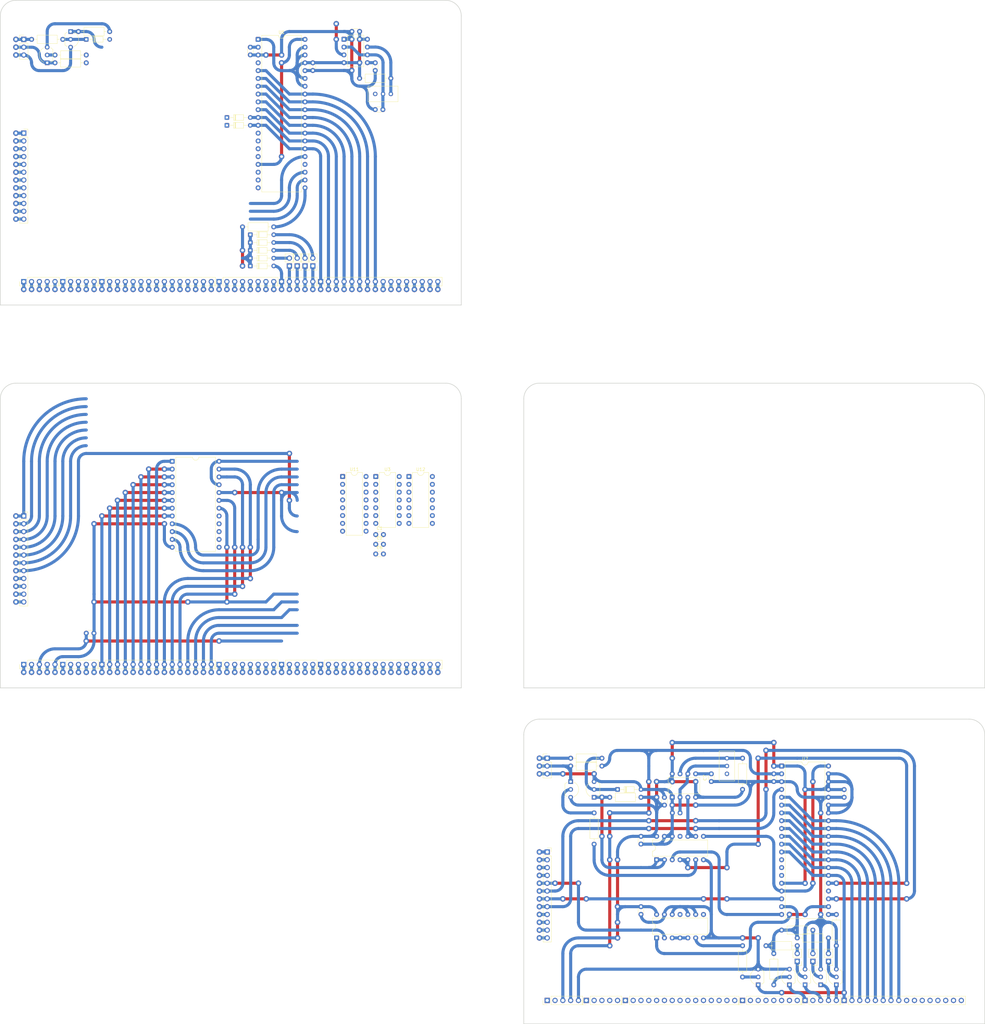
<source format=kicad_pcb>
(kicad_pcb (version 20241229) (generator "pcbnew") (generator_version "9.0")
  (layers (0 "F.Cu" signal) (2 "B.Cu" signal) (13 "F.Paste" user) (15 "B.Paste" user) (5 "F.SilkS" user "F.Silkscreen") (7 "B.SilkS" user "B.Silkscreen") (1 "F.Mask" user) (3 "B.Mask" user) (25 "Edge.Cuts" user))
  (net 0 "")
  (net 1 "+5V")
  (net 2 "GND")
  (net 3 "Net-(U5-THR)")
  (net 4 "Net-(U5-CV)")
  (net 5 "Net-(U10-CV)")
  (net 6 "Net-(U10-THR)")
  (net 7 "/{slash}HOLD")
  (net 8 "/{slash}RESET")
  (net 9 "/HOLDA")
  (net 10 "/DBIN")
  (net 11 "/{slash}MEMIN")
  (net 12 "/READY")
  (net 13 "/{slash}WE")
  (net 14 "/WAIT")
  (net 15 "AD10_3")
  (net 16 "AD4_3")
  (net 17 "AD6_3")
  (net 18 "AD3_3")
  (net 19 "AD5_3")
  (net 20 "AD2_3")
  (net 21 "AD13_3")
  (net 22 "AD7_3")
  (net 23 "AD9_3")
  (net 24 "AD15_3")
  (net 25 "AD14_3")
  (net 26 "AD1_3")
  (net 27 "AD11_3")
  (net 28 "AD8_3")
  (net 29 "AD12_3")
  (net 30 "DA6_1")
  (net 31 "/DA10")
  (net 32 "/DA14")
  (net 33 "DA3_1")
  (net 34 "DA2_1")
  (net 35 "DA7_1")
  (net 36 "DA0_1")
  (net 37 "DA5_1")
  (net 38 "/DA9")
  (net 39 "DA1_1")
  (net 40 "/DA8")
  (net 41 "/DA12")
  (net 42 "/DA15")
  (net 43 "DA4_1")
  (net 44 "/DA11")
  (net 45 "/DA13")
  (net 46 "IC1_1")
  (net 47 "IRQ_1")
  (net 48 "IC0_1")
  (net 49 "IC3_1")
  (net 50 "IC2_1")
  (net 51 "-5V")
  (net 52 "+12V")
  (net 53 "-12V")
  (net 59 "Net-(U1-MR)")
  (net 60 "RRD1")
  (net 61 "Net-(U1-DR)")
  (net 63 "Net-(U1-TRO)")
  (net 64 "Net-(U1-RRC)")
  (net 65 "Net-(U1-THRE)")
  (net 66 "Net-(U1-RI)")
  (net 75 "Net-(U12-Pad13)")
  (net 76 "Net-(U12-Pad12)")
  (net 78 "Net-(U5-Q)")
  (net 79 "Net-(Q3-C)")
  (net 80 "Net-(R6-Pad1)")
  (net 81 "Net-(U5-DIS)")
  (net 82 "Net-(D4-K)")
  (net 83 "THRE1")
  (net 84 "Net-(D5-K)")
  (net 86 "Net-(U7-DR)")
  (net 87 "Net-(U7-RRC)")
  (net 89 "Net-(U7-MR)")
  (net 90 "Net-(U7-TRO)")
  (net 92 "Net-(U7-RI)")
  (net 93 "Net-(U7-THRE)")
  (net 95 "Net-(U8-Pad3)")
  (net 96 "Net-(R21-Pad1)")
  (net 97 "THRE2")
  (net 100 "Net-(U10-Q)")
  (net 101 "Net-(Q13-C)")
  (net 103 "Net-(R23-Pad1)")
  (net 104 "Net-(U10-DIS)")
  (net 105 "Net-(Q2-B)")
  (net 106 "Net-(J6-Pin_1)")
  (net 107 "Net-(D1-K)")
  (net 108 "Net-(D6-A)")
  (net 109 "Net-(Q8-B)")
  (net 110 "Net-(Q12-B)")
  (net 111 "Net-(Q14-B)")
  (net 112 "Net-(D2-K)")
  (net 113 "Net-(J8-Pin_1)")
  (net 114 "{slash}DRR1")
  (net 115 "{slash}THRL1")
  (net 116 "Net-(U11-A0)")
  (net 117 "Net-(U11-A2)")
  (net 118 "Net-(U11-A1)")
  (net 119 "Net-(U11-E1)")
  (net 120 "{slash}THRL2")
  (net 121 "{slash}DRR2")
  (net 122 "RRD2")
  (net 125 "Net-(U11-O4)")
  (net 126 "Net-(U11-O0)")
  (net 127 "Net-(D10-K)")
  (net 128 "Net-(D7-A)")
  (net 129 "Net-(D8-A)")
  (net 130 "Net-(D9-A)")
  (net 131 "Net-(J12-Pin_2)")
  (net 132 "Net-(J12-Pin_1)")
  (net 133 "Net-(J13-Pin_1)")
  (net 134 "Net-(J13-Pin_2)")
  (net 135 "Net-(J14-Pin_1)")
  (net 136 "Net-(J14-Pin_2)")
  (net 137 "Net-(J6-Pin_2)")
  (net 138 "Net-(J8-Pin_2)")
  (net 141 "IRQ_2")
  (net 142 "IC0_2")
  (net 143 "IC2_2")
  (net 144 "IC1_2")
  (net 145 "IC3_2")
  (net 146 "unconnected-(J18-Pin_3-Pad3)")
  (net 147 "unconnected-(J18-Pin_1-Pad1)")
  (net 148 "unconnected-(J18-Pin_5-Pad5)")
  (net 149 "unconnected-(J18-Pin_2-Pad2)")
  (net 150 "unconnected-(J18-Pin_4-Pad4)")
  (net 151 "unconnected-(J24-Pin_5-Pad5)")
  (net 152 "unconnected-(J24-Pin_2-Pad2)")
  (net 153 "unconnected-(J24-Pin_4-Pad4)")
  (net 154 "unconnected-(J24-Pin_1-Pad1)")
  (net 155 "unconnected-(J24-Pin_3-Pad3)")
  (net 156 "unconnected-(J25-Pin_4-Pad4)")
  (net 157 "unconnected-(J25-Pin_3-Pad3)")
  (net 158 "unconnected-(J25-Pin_5-Pad5)")
  (net 159 "unconnected-(J25-Pin_2-Pad2)")
  (net 160 "unconnected-(J25-Pin_1-Pad1)")
  (net 161 "unconnected-(J27-Pin_11-Pad11)")
  (net 162 "unconnected-(J27-Pin_6-Pad6)")
  (net 163 "unconnected-(J27-Pin_12-Pad12)")
  (net 164 "unconnected-(J27-Pin_10-Pad10)")
  (net 165 "unconnected-(J27-Pin_9-Pad9)")
  (net 166 "unconnected-(J27-Pin_7-Pad7)")
  (net 167 "unconnected-(J27-Pin_5-Pad5)")
  (net 168 "unconnected-(J27-Pin_8-Pad8)")
  (net 169 "unconnected-(J28-Pin_11-Pad11)")
  (net 170 "unconnected-(J28-Pin_3-Pad3)")
  (net 171 "unconnected-(J28-Pin_1-Pad1)")
  (net 172 "unconnected-(J28-Pin_2-Pad2)")
  (net 173 "unconnected-(J28-Pin_4-Pad4)")
  (net 174 "unconnected-(J28-Pin_12-Pad12)")
  (net 175 "unconnected-(J28-Pin_10-Pad10)")
  (net 176 "unconnected-(J28-Pin_9-Pad9)")
  (net 177 "Net-(J29-Pin_8)")
  (net 178 "Net-(J29-Pin_5)")
  (net 179 "Net-(J29-Pin_4)")
  (net 180 "unconnected-(J29-Pin_12-Pad12)")
  (net 181 "unconnected-(J29-Pin_9-Pad9)")
  (net 182 "Net-(J29-Pin_1)")
  (net 183 "Net-(J29-Pin_3)")
  (net 184 "Net-(J29-Pin_6)")
  (net 185 "unconnected-(J29-Pin_10-Pad10)")
  (net 186 "unconnected-(J29-Pin_11-Pad11)")
  (net 187 "Net-(J29-Pin_2)")
  (net 188 "Net-(J29-Pin_7)")
  (footprint "Potentiometer_THT:Potentiometer_Bourns_3296W_Vertical" (layer "F.Cu") (at 330.2 299.72 -90)
    (property "Reference" "RV2" (hide yes))
    (property "Value" "10k")
  )
  (footprint "Package_TO_SOT_THT:TO-92_Inline_Wide" (layer "F.Cu") (at 287.02 307.34 90)
    (property "Reference" "Q13" (hide yes))
    (property "Value" "NPN")
  )
  (footprint "Connector_PinHeader_2.54mm:PinHeader_1x16_P2.54mm_Vertical" (layer "F.Cu") (at 198.12 264.16 90)
    (property "Reference" "J22" (hide yes))
    (property "Value" "Conn_01x16_Pin" (hide yes))
  )
  (footprint "Package_TO_SOT_THT:TO-92_Inline_Wide" (layer "F.Cu") (at 350.52 368.3 90)
    (property "Reference" "Q8" (hide yes))
    (property "Value" "NPN" (hide yes))
  )
  (footprint "Connector_PinHeader_2.54mm:PinHeader_1x05_P2.54mm_Vertical" (layer "F.Cu") (at 271.78 373.38 90)
    (property "Reference" "J5" (hide yes))
    (property "Value" "Conn_01x05_Pin" (hide yes))
  )
  (footprint "Connector_PinHeader_2.54mm:PinHeader_1x05_P2.54mm_Vertical" (layer "F.Cu") (at 101.6 264.16 90)
    (property "Reference" "J26" (hide yes))
    (property "Value" "Conn_01x05_Pin" (hide yes))
  )
  (footprint "Connector_PinHeader_2.54mm:PinHeader_1x02_P2.54mm_Vertical" (layer "F.Cu") (at 187.96 134.62 180)
    (property "Reference" "J11" (hide yes))
    (property "Value" "Conn_01x02_Pin" (hide yes))
  )
  (footprint "Connector_PinHeader_2.54mm:PinHeader_1x02_P2.54mm_Vertical" (layer "F.Cu") (at 363.22 360.68 180)
    (property "Reference" "J14" (hide yes))
    (property "Value" "Conn_01x02_Pin" (hide yes))
  )
  (footprint "Capacitor_THT:C_Disc_D3.0mm_W1.6mm_P2.50mm" (layer "F.Cu") (at 302.26 320.04 -90)
    (property "Reference" "C15" (hide yes))
    (property "Value" "C" (hide yes))
  )
  (footprint "Connector_PinHeader_2.54mm:PinHeader_1x08_P2.54mm_Vertical" (layer "F.Cu") (at 165.1 139.7 90)
    (property "Reference" "J16" (hide yes))
    (property "Value" "Conn_01x08_Pin" (hide yes))
  )
  (footprint "Resistor_THT:R_Axial_DIN0207_L6.3mm_D2.5mm_P10.16mm_Horizontal" (layer "F.Cu") (at 121.92 66.04 180)
    (property "Reference" "R6" (hide yes))
    (property "Value" "10k")
  )
  (footprint "Connector_PinHeader_2.54mm:PinHeader_1x02_P2.54mm_Vertical" (layer "F.Cu") (at 353.06 360.68 180)
    (property "Reference" "J12" (hide yes))
    (property "Value" "Conn_01x02_Pin" (hide yes))
  )
  (footprint "Diode_THT:D_DO-34_SOD68_P7.62mm_Horizontal" (layer "F.Cu") (at 175.26 124.46)
    (property "Reference" "D9" (hide yes))
    (property "Value" "D_Schottky" (hide yes))
  )
  (footprint "Resistor_THT:R_Axial_DIN0207_L6.3mm_D2.5mm_P10.16mm_Horizontal" (layer "F.Cu") (at 172.72 121.92)
    (property "Reference" "R3" (hide yes))
    (property "Value" "4.7k")
  )
  (footprint "Package_DIP:DIP-8_W7.62mm" (layer "F.Cu") (at 312.42 307.34 90)
    (property "Reference" "U10" (hide yes))
    (property "Value" "NE555P")
  )
  (footprint "Package_TO_SOT_THT:TO-92_Inline_Wide" (layer "F.Cu") (at 360.68 368.3 90)
    (property "Reference" "Q10" (hide yes))
    (property "Value" "NPN" (hide yes))
  )
  (footprint "Capacitor_THT:C_Disc_D3.0mm_W1.6mm_P2.50mm" (layer "F.Cu") (at 345.44 299.72 -90)
    (property "Reference" "C18" (hide yes))
    (property "Value" "C" (hide yes))
  )
  (footprint "Package_DIP:DIP-8_W7.62mm" (layer "F.Cu") (at 205.7 60.92)
    (property "Reference" "U5" (hide yes))
    (property "Value" "NE555P")
  )
  (footprint "Capacitor_THT:C_Disc_D3.0mm_W1.6mm_P2.50mm" (layer "F.Cu") (at 216.032 225.093)
    (property "Reference" "C2")
    (property "Value" "C")
  )
  (footprint "Resistor_THT:R_Axial_DIN0207_L6.3mm_D2.5mm_P10.16mm_Horizontal" (layer "F.Cu") (at 335.28 355.6 -90)
    (property "Reference" "R21" (hide yes))
    (property "Value" "10k")
  )
  (footprint "Package_TO_SOT_THT:TO-92_Inline_Wide" (layer "F.Cu") (at 355.6 368.3 90)
    (property "Reference" "Q9" (hide yes))
    (property "Value" "NPN" (hide yes))
  )
  (footprint "Potentiometer_THT:Potentiometer_Bourns_3296W_Vertical" (layer "F.Cu") (at 215.86 78.7 180)
    (property "Reference" "RV1" (hide yes))
    (property "Value" "5k")
  )
  (footprint "Capacitor_THT:C_Disc_D3.0mm_W1.6mm_P2.50mm" (layer "F.Cu") (at 175.26 63.5 -90)
    (property "Reference" "C17" (hide yes))
    (property "Value" "C" (hide yes))
  )
  (footprint "Connector_PinHeader_2.54mm:PinHeader_1x15_P2.54mm_Vertical" (layer "F.Cu") (at 297.18 373.38 90)
    (property "Reference" "J2" (hide yes))
    (property "Value" "Conn_01x15_Pin" (hide yes))
  )
  (footprint "Resistor_THT:R_Axial_DIN0207_L6.3mm_D2.5mm_P10.16mm_Horizontal" (layer "F.Cu") (at 129.54 58.42 180)
    (property "Reference" "R11" (hide yes))
    (property "Value" "4.7k")
  )
  (footprint "Resistor_THT:R_Axial_DIN0207_L6.3mm_D2.5mm_P10.16mm_Horizontal" (layer "F.Cu") (at 335.28 304.8 90)
    (property "Reference" "R26" (hide yes))
    (property "Value" "1k")
  )
  (footprint "Connector_PinHeader_2.54mm:PinHeader_1x05_P2.54mm_Vertical" (layer "F.Cu") (at 114.3 264.16 90)
    (property "Reference" "J25" (hide yes))
    (property "Value" "Conn_01x05_Pin" (hide yes))
  )
  (footprint "Connector_PinHeader_2.54mm:PinHeader_1x03_P2.54mm_Vertical" (layer "F.Cu") (at 271.78 294.64)
    (property "Reference" "J8" (hide yes))
    (property "Value" "Conn_01x03_Pin" (hide yes))
  )
  (footprint "Package_TO_SOT_THT:TO-92_Inline_Wide" (layer "F.Cu") (at 365.76 368.3 90)
    (property "Reference" "Q11" (hide yes))
    (property "Value" "NPN" (hide yes))
  )
  (footprint "Capacitor_THT:C_Disc_D3.0mm_W1.6mm_P2.50mm" (layer "F.Cu") (at 218.36 83.78 180)
    (property "Reference" "C4" (hide yes))
    (property "Value" "470nF")
  )
  (footprint "Package_TO_SOT_THT:TO-92_Inline_Wide" (layer "F.Cu") (at 279.4 302.26 -90)
    (property "Reference" "Q14" (hide yes))
    (property "Value" "PNP")
  )
  (footprint "Diode_THT:D_DO-34_SOD68_P7.62mm_Horizontal" (layer "F.Cu") (at 175.26 129.54)
    (property "Reference" "D7" (hide yes))
    (property "Value" "D_Schottky" (hide yes))
  )
  (footprint "Connector_PinHeader_2.54mm:PinHeader_1x08_P2.54mm_Vertical" (layer "F.Cu") (at 335.28 373.38 90)
    (property "Reference" "J1" (hide yes))
    (property "Value" "Conn_01x08_Pin" (hide yes))
  )
  (footprint "Capacitor_THT:C_Disc_D3.0mm_W1.6mm_P2.50mm" (layer "F.Cu") (at 216.032 228.243)
    (property "Reference" "C6")
    (property "Value" "C")
  )
  (footprint "Package_DIP:DIP-14_W7.62mm" (layer "F.Cu") (at 226.822 203.073)
    (property "Reference" "U12")
    (property "Value" "74LS32")
  )
  (footprint "Resistor_THT:R_Axial_DIN0207_L6.3mm_D2.5mm_P10.16mm_Horizontal" (layer "F.Cu") (at 302.26 307.34 180)
    (property "Reference" "R22" (hide yes))
    (property "Value" "4.7k")
  )
  (footprint "Package_DIP:DIP-24_W15.24mm" (layer "F.Cu") (at 149.86 198.12)
    (property "Reference" "U2" (hide yes))
    (property "Value" "27C16")
  )
  (footprint "Package_DIP:DIP-40_W15.24mm" (layer "F.Cu") (at 347.98 297.18)
    (property "Reference" "U7")
    (property "Value" "TR1602")
  )
  (footprint "Package_TO_SOT_THT:TO-92_Inline_Wide" (layer "F.Cu") (at 109.22 68.58 90)
    (property "Reference" "Q2" (hide yes))
    (property "Value" "PNP")
  )
  (footprint "Connector_PinHeader_2.54mm:PinHeader_1x05_P2.54mm_Vertical" (layer "F.Cu") (at 114.3 139.7 90)
    (property "Reference" "J18" (hide yes))
    (property "Value" "Conn_01x05_Pin" (hide yes))
  )
  (footprint "Connector_PinHeader_2.54mm:PinHeader_1x02_P2.54mm_Vertical" (layer "F.Cu") (at 193.04 134.62 180)
    (property "Reference" "J9" (hide yes))
    (property "Value" "Conn_01x02_Pin" (hide yes))
  )
  (footprint "Diode_THT:D_DO-34_SOD68_P7.62mm_Horizontal" (layer "F.Cu") (at 175.26 134.62)
    (property "Reference" "D10" (hide yes))
    (property "Value" "D_Schottky" (hide yes))
  )
  (footprint "Connector_PinHeader_2.54mm:PinHeader_1x15_P2.54mm_Vertical" (layer "F.Cu") (at 127 139.7 90)
    (property "Reference" "J20" (hide yes))
    (property "Value" "Conn_01x15_Pin" (hide yes))
  )
  (footprint "Capacitor_THT:C_Disc_D3.0mm_W1.6mm_P2.50mm" (layer "F.Cu") (at 215.86 71.08 90)
    (property "Reference" "C5" (hide yes))
    (property "Value" "0.1u")
  )
  (footprint "Capacitor_THT:C_Disc_D3.0mm_W1.6mm_P2.50mm" (layer "F.Cu") (at 195.58 68.58 -90)
    (property "Reference" "C13" (hide yes))
    (property "Value" "C" (hide yes))
  )
  (footprint "Resistor_THT:R_Axial_DIN0207_L6.3mm_D2.5mm_P10.16mm_Horizontal" (layer "F.Cu") (at 121.92 68.58 180)
    (property "Reference" "R7" (hide yes))
    (property "Value" "10k")
  )
  (footprint "Connector_PinHeader_2.54mm:PinHeader_1x05_P2.54mm_Vertical" (layer "F.Cu") (at 355.6 373.38 90)
    (property "Reference" "J17" (hide yes))
    (property "Value" "Conn_01x05_Pin" (hide yes))
  )
  (footprint "Capacitor_THT:C_Disc_D3.0mm_W1.6mm_P2.50mm" (layer "F.Cu") (at 216.032 221.943)
    (property "Reference" "C1")
    (property "Value" "C")
  )
  (footprint "Connector_PinHeader_2.54mm:PinHeader_1x02_P2.54mm_Vertical" (layer "F.Cu") (at 358.14 360.68 180)
    (property "Reference" "J13" (hide yes))
    (property "Value" "Conn_01x02_Pin" (hide yes))
  )
  (footprint "Connector_PinHeader_2.54mm:PinHeader_1x02_P2.54mm_Vertical" (layer "F.Cu") (at 190.5 134.62 180)
    (property "Reference" "J10" (hide yes))
    (property "Value" "Conn_01x02_Pin" (hide yes))
  )
  (footprint "Connector_PinHeader_2.54mm:PinHeader_1x02_P2.54mm_Vertical" (layer "F.Cu") (at 195.58 134.62 180)
    (property "Reference" "J30" (hide yes))
    (property "Value" "Conn_01x02_Pin" (hide yes))
  )
  (footprint "Connector_PinSocket_2.54mm:PinSocket_1x12_P2.54mm_Vertical" (layer "F.Cu") (at 101.6 215.9)
    (property "Reference" "J29" (hide yes))
    (property "Value" "Conn_01x12_Pin" (hide yes))
  )
  (footprint "Resistor_THT:R_Axial_DIN0207_L6.3mm_D2.5mm_P10.16mm_Horizontal" (layer "F.Cu") (at 347.98 350.52)
    (property "Reference" "R19" (hide yes))
    (property "Value" "10k")
  )
  (footprint "Connector_PinHeader_2.54mm:PinHeader_1x05_P2.54mm_Vertical" (layer "F.Cu") (at 185.42 139.7 90)
    (property "Reference" "J4" (hide yes))
    (property "Value" "Conn_01x05_Pin" (hide yes))
  )
  (footprint "Resistor_THT:R_Axial_DIN0207_L6.3mm_D2.5mm_P10.16mm_Horizontal" (layer "F.Cu") (at 287.02 322.58 90)
    (property "Reference" "R23" (hide yes))
    (property "Value" "10k")
  )
  (footprint "Resistor_THT:R_Axial_DIN0207_L6.3mm_D2.5mm_P10.16mm_Horizontal" (layer "F.Cu") (at 114.3 60.96 180)
    (property "Reference" "R10" (hide yes))
    (property "Value" "10k")
  )
  (footprint "Resistor_THT:R_Axial_DIN0207_L6.3mm_D2.5mm_P10.16mm_Horizontal" (layer "F.Cu") (at 289.56 294.64 180)
    (property "Reference" "R24" (hide yes))
    (property "Value" "10k")
  )
  (footprint "Connector_PinSocket_2.54mm:PinSocket_1x12_P2.54mm_Vertical" (layer "F.Cu") (at 271.78 325.12)
    (property "Reference" "J28" (hide yes))
    (property "Value" "Conn_01x12_Pin" (hide yes))
  )
  (footprint "Capacitor_THT:C_Disc_D3.0mm_W1.6mm_P2.50mm" (layer "F.Cu") (at 309.88 309.88 90)
    (property "Reference" "C9" (hide yes))
    (property "Value" "C" (hide yes))
  )
  (footprint "Connector_PinHeader_2.54mm:PinHeader_1x16_P2.54mm_Vertical" (layer "F.Cu") (at 368.3 373.38 90)
    (property "Reference" "J3" (hide yes))
    (property "Value" "Conn_01x16_Pin" (hide yes))
  )
  (footprint "Package_DIP:DIP-14_W7.62mm" (layer "F.Cu") (at 216.042 203.073)
    (property "Reference" "U3")
    (property "Value" "74LS00")
  )
  (footprint "Resistor_THT:R_Axial_DIN0207_L6.3mm_D2.5mm_P10.16mm_Horizontal" (layer "F.Cu") (at 353.06 353.06)
    (property "Reference" "R20" (hide yes))
    (property "Value" "10k")
  )
  (footprint "Connector_PinHeader_2.54mm:PinHeader_1x03_P2.54mm_Vertical" (layer "F.Cu") (at 101.6 60.96)
    (property "Reference" "J6" (hide yes))
    (property "Value" "Conn_01x03_Pin" (hide yes))
  )
  (footprint "Package_DIP:DIP-14_W7.62mm" (layer "F.Cu") (at 307.34 327.66 90)
    (property "Reference" "U9" (hide yes))
    (property "Value" "74LS32")
  )
  (footprint "Capacitor_THT:C_Disc_D3.0mm_W1.6mm_P2.50mm" (layer "F.Cu") (at 325.12 302.22 90)
    (property "Reference" "C7")
    (property "Value" "0.1u")
  )
  (footprint "Package_TO_SOT_THT:TO-92_Inline_Wide" (layer "F.Cu") (at 116.84 58.42 -90)
    (property "Reference" "Q3" (hide yes))
    (property "Value" "NPN")
  )
  (footprint "Diode_THT:D_DO-34_SOD68_P7.62mm_Horizontal" (layer "F.Cu") (at 294.64 304.8)
    (property "Reference" "D2" (hide yes))
    (property "Value" "D" (hide yes))
  )
  (footprint "Diode_THT:D_DO-34_SOD68_P7.62mm_Horizontal" (layer "F.Cu") (at 167.64 86.36)
    (property "Reference" "D5" (hide yes))
    (property "Value" "D_Schottky" (hide yes))
  )
  (footprint "Diode_THT:D_DO-34_SOD68_P7.62mm_Horizontal" (layer "F.Cu") (at 167.64 88.9)
    (property "Reference" "D4" (hide yes))
    (property "Value" "D_Schottky" (hide yes))
  )
  (footprint "Package_DIP:DIP-16_W7.62mm" (layer "F.Cu") (at 205.262 203.063)
    (property "Reference" "U11")
    (property "Value" "74LS138")
  )
  (footprint "Resistor_THT:R_Axial_DIN0207_L6.3mm_D2.5mm_P10.16mm_Horizontal" (layer "F.Cu") (at 210.78 73.62)
    (property "Reference" "R4" (hide yes))
    (property "Value" "1k")
  )
  (footprint "Connector_PinHeader_2.54mm:PinHeader_1x05_P2.54mm_Vertical" (layer "F.Cu") (at 284.48 373.38 90)
    (property "Reference" "J7" (hide yes))
    (property "Value" "Conn_01x05_Pin" (hide yes))
  )
  (footprint "Connector_PinHeader_2.54mm:PinHeader_1x05_P2.54mm_Vertical" (layer "F.Cu") (at 185.42 264.16 90)
    (property "Reference" "J24" (hide yes))
    (property "Value" "Conn_01x05_Pin" (hide yes))
  )
  (footprint "Capacitor_THT:C_Disc_D3.0mm_W1.6mm_P2.50mm" (layer "F.Cu") (at 314.96 312.42 180)
    (property "Reference" "C8" (hide yes))
    (property "Value" "10nF")
  )
  (footprint "Resistor_THT:R_Axial_DIN0207_L6.3mm_D2.5mm_P10.16mm_Horizontal" (layer "F.Cu") (at 342.9 355.6)
    (property "Reference" "R18" (hide yes))
    (property "Value" "10k")
  )
  (footprint "Diode_THT:D_DO-34_SOD68_P7.62mm_Horizontal" (layer "F.Cu") (at 175.26 127)
    (property "Reference" "D8" (hide yes))
    (property "Value" "D_Schottky" (hide yes))
  )
  (footprint "Connector_PinHeader_2.54mm:PinHeader_1x08_P2.54mm_Vertical" (layer "F.Cu") (at 165.1 264.16 90)
    (property "Reference" "J23" (hide yes))
    (property "Value" "Conn_01x08_Pin" (hide yes))
  )
  (footprint "Capacitor_THT:C_Disc_D3.0mm_W1.6mm_P2.50mm" (layer "F.Cu") (at 210.78 58.38 180)
    (property "Reference" "C11" (hide yes))
    (property "Value" "C" (hide yes))
  )
  (footprint "Resistor_THT:R_Axial_DIN0207_L6.3mm_D2.5mm_P10.16mm_Horizontal" (layer "F.Cu") (at 365.76 355.6 90)
    (property "Reference" "R16" (hide yes))
    (property "Value" "4.7k")
  )
  (footprint "Package_DIP:DIP-40_W15.24mm" (layer "F.Cu") (at 177.8 60.96)
    (property "Reference" "U1")
    (property "Value" "TR1602")
  )
  (footprint "Resistor_THT:R_Axial_DIN0207_L6.3mm_D2.5mm_P10.16mm_Horizontal" (layer "F.Cu") (at 289.56 297.18 180)
    (property "Reference" "R25" (hide yes))
    (property "Value" "10k")
  )
  (footprint "Resistor_THT:R_Axial_DIN0207_L6.3mm_D2.5mm_P10.16mm_Horizontal" (layer "F.Cu") (at 345.44 358.14 -90)
    (property "Reference" "R17" (hide yes))
    (property "Value" "10k")
  )
  (footprint "Package_DIP:DIP-14_W7.62mm" (layer "F.Cu") (at 307.34 353.06 90)
    (property "Reference" "U8" (hide yes))
    (property "Value" "74LS00")
  )
  (footprint "Capacitor_THT:C_Disc_D3.0mm_W1.6mm_P2.50mm" (layer "F.Cu") (at 302.26 342.9 -90)
    (property "Reference" "C16" (hide yes))
    (property "Value" "C" (hide yes))
  )
  (footprint "Diode_THT:D_DO-34_SOD68_P7.62mm_Horizontal" (layer "F.Cu") (at 121.92 60.96)
    (property "Reference" "D1" (hide yes))
    (property "Value" "D" (hide yes))
  )
  (footprint "Connector_PinHeader_2.54mm:PinHeader_1x16_P2.54mm_Vertical" (layer "F.Cu") (at 198.12 139.7 90)
    (property "Reference" "J15" (hide yes))
    (property "Value" "Conn_01x16_Pin" (hide yes))
  )
  (footprint "Connector_PinHeader_2.54mm:PinHeader_1x15_P2.54mm_Vertical" (layer "F.Cu") (at 127 264.16 90)
    (property "Reference" "J21" (hide yes))
    (property "Value" "Conn_01x15_Pin" (hide yes))
  )
  (footprint "Connector_PinHeader_2.54mm:PinHeader_1x05_P2.54mm_Vertical" (layer "F.Cu") (at 101.6 139.7 90)
    (property "Reference" "J19" (hide yes))
    (property "Value" "Conn_01x05_Pin" (hide yes))
  )
  (footprint "Connector_PinSocket_2.54mm:PinSocket_1x12_P2.54mm_Vertical" (layer "F.Cu") (at 101.6 91.44)
    (property "Reference" "J27" (hide yes))
    (property "Value" "Conn_01x12_Pin" (hide yes))
  )
  (footprint "Package_TO_SOT_THT:TO-92_Inline_Wide" (layer "F.Cu") (at 340.36 368.3 90)
    (property "Reference" "Q12" (hide yes))
    (property "Value" "NPN" (hide yes))
  )
  (footprint "Diode_THT:D_DO-34_SOD68_P7.62mm_Horizontal" (layer "F.Cu") (at 175.26 132.08)
    (property "Reference" "D6" (hide yes))
    (property "Value" "D_Schottky" (hide yes))
  )
  (footprint "Capacitor_THT:C_Disc_D3.0mm_W1.6mm_P2.50mm" (layer "F.Cu") (at 121.92 254)
    (property "Reference" "C3" (hide yes))
    (property "Value" "C" (hide yes))
  )
  (footprint "Capacitor_THT:C_Disc_D3.0mm_W1.6mm_P2.50mm" (layer "F.Cu") (at 368.3 304.84 -90)
    (property "Reference" "C10" (hide yes))
    (property "Value" "C" (hide yes))
  )
  (gr_arc (start 264.16 177.8) (mid 265.647898 174.207898) (end 269.24 172.72) (stroke (width 0.2)) (layer "Edge.Cuts"))
  (gr_line (start 93.98 53.34) (end 93.98 147.32) (stroke (width 0.2)) (layer "Edge.Cuts"))
  (gr_line (start 243.84 271.78) (end 243.84 177.8) (stroke (width 0.2)) (layer "Edge.Cuts"))
  (gr_arc (start 408.94 172.72) (mid 412.532102 174.207898) (end 414.02 177.8) (stroke (width 0.2)) (layer "Edge.Cuts"))
  (gr_arc (start 264.16 287.02) (mid 265.647898 283.427898) (end 269.24 281.94) (stroke (width 0.2)) (layer "Edge.Cuts"))
  (gr_line (start 408.94 172.72) (end 269.24 172.72) (stroke (width 0.2)) (layer "Edge.Cuts"))
  (gr_line (start 238.76 172.72) (end 99.06 172.72) (stroke (width 0.2)) (layer "Edge.Cuts"))
  (gr_line (start 93.98 271.78) (end 243.84 271.78) (stroke (width 0.2)) (layer "Edge.Cuts"))
  (gr_line (start 414.02 381) (end 414.02 287.02) (stroke (width 0.2)) (layer "Edge.Cuts"))
  (gr_line (start 264.16 287.02) (end 264.16 381) (stroke (width 0.2)) (layer "Edge.Cuts"))
  (gr_line (start 93.98 177.8) (end 93.98 271.78) (stroke (width 0.2)) (layer "Edge.Cuts"))
  (gr_arc (start 238.76 172.72) (mid 242.352102 174.207898) (end 243.84 177.8) (stroke (width 0.2)) (layer "Edge.Cuts"))
  (gr_line (start 408.94 281.94) (end 269.24 281.94) (stroke (width 0.2)) (layer "Edge.Cuts"))
  (gr_line (start 264.16 271.78) (end 414.02 271.78) (stroke (width 0.2)) (layer "Edge.Cuts"))
  (gr_arc (start 93.98 53.34) (mid 95.467898 49.747898) (end 99.06 48.26) (stroke (width 0.2)) (layer "Edge.Cuts"))
  (gr_line (start 243.84 147.32) (end 243.84 53.34) (stroke (width 0.2)) (layer "Edge.Cuts"))
  (gr_arc (start 238.76 48.26) (mid 242.352102 49.747898) (end 243.84 53.34) (stroke (width 0.2)) (layer "Edge.Cuts"))
  (gr_line (start 264.16 177.8) (end 264.16 271.78) (stroke (width 0.2)) (layer "Edge.Cuts"))
  (gr_arc (start 93.98 177.8) (mid 95.467898 174.207898) (end 99.06 172.72) (stroke (width 0.2)) (layer "Edge.Cuts"))
  (gr_arc (start 408.94 281.94) (mid 412.532102 283.427898) (end 414.02 287.02) (stroke (width 0.2)) (layer "Edge.Cuts"))
  (gr_line (start 264.16 381) (end 414.02 381) (stroke (width 0.2)) (layer "Edge.Cuts"))
  (gr_line (start 238.76 48.26) (end 99.06 48.26) (stroke (width 0.2)) (layer "Edge.Cuts"))
  (gr_line (start 93.98 147.32) (end 243.84 147.32) (stroke (width 0.2)) (layer "Edge.Cuts"))
  (gr_line (start 414.02 271.78) (end 414.02 177.8) (stroke (width 0.2)) (layer "Edge.Cuts"))
  (segment (start 345.44 289.56) (end 345.44 297.18) (width 1) (layer "F.Cu") (net 1))
  (segment (start 210.78 60.92) (end 210.78 68.54) (width 1) (layer "F.Cu") (net 1))
  (segment (start 294.64 342.9) (end 294.64 327.66) (width 1) (layer "F.Cu") (net 1))
  (segment (start 294.64 353.06) (end 294.64 347.98) (width 1) (layer "F.Cu") (net 1))
  (segment (start 312.42 294.64) (end 312.42 289.56) (width 1) (layer "F.Cu") (net 1))
  (segment (start 307.34 307.34) (end 307.34 302.26) (width 1) (layer "F.Cu") (net 1))
  (segment (start 165.1 256.54) (end 121.92 256.54) (width 1) (layer "F.Cu") (net 1))
  (segment (start 312.42 302.26) (end 320.04 302.26) (width 1) (layer "F.Cu") (net 1))
  (segment (start 355.6 335.28) (end 355.6 304.8) (width 1) (layer "F.Cu") (net 1))
  (via (at 307.34 307.34) (size 1.8) (drill 0.9) (layers "F.Cu" "B.Cu") (net 1))
  (via (at 312.42 302.26) (size 1.8) (drill 0.9) (layers "F.Cu" "B.Cu") (net 1))
  (via (at 355.6 304.8) (size 1.8) (drill 0.9) (layers "F.Cu" "B.Cu") (net 1))
  (via (at 210.78 68.54) (size 1.8) (drill 0.9) (layers "F.Cu" "B.Cu") (net 1))
  (via (at 320.04 302.26) (size 1.8) (drill 0.9) (layers "F.Cu" "B.Cu") (net 1))
  (via (at 165.1 256.54) (size 1.8) (drill 0.9) (layers "F.Cu" "B.Cu") (net 1))
  (via (at 294.64 327.66) (size 1.8) (drill 0.9) (layers "F.Cu" "B.Cu") (net 1))
  (via (at 355.6 335.28) (size 1.8) (drill 0.9) (layers "F.Cu" "B.Cu") (net 1))
  (via (at 294.64 342.9) (size 1.8) (drill 0.9) (layers "F.Cu" "B.Cu") (net 1))
  (via (at 345.44 289.56) (size 1.8) (drill 0.9) (layers "F.Cu" "B.Cu") (net 1))
  (via (at 210.78 60.92) (size 1.8) (drill 0.9) (layers "F.Cu" "B.Cu") (net 1))
  (via (at 121.92 256.54) (size 1.8) (drill 0.9) (layers "F.Cu" "B.Cu") (net 1))
  (via (at 345.44 297.18) (size 1.8) (drill 0.9) (layers "F.Cu" "B.Cu") (net 1))
  (via (at 307.34 302.26) (size 1.8) (drill 0.9) (layers "F.Cu" "B.Cu") (net 1))
  (via (at 294.64 347.98) (size 1.8) (drill 0.9) (layers "F.Cu" "B.Cu") (net 1))
  (via (at 106.68 142.24) (size 1.8) (drill 0.9) (layers "F.Cu" "B.Cu") (net 1))
  (via (at 294.64 353.06) (size 1.8) (drill 0.9) (layers "F.Cu" "B.Cu") (net 1))
  (via (at 106.68 266.7) (size 1.8) (drill 0.9) (layers "F.Cu" "B.Cu") (net 1))
  (via (at 312.42 294.64) (size 1.8) (drill 0.9) (layers "F.Cu" "B.Cu") (net 1))
  (via (at 312.42 289.56) (size 1.8) (drill 0.9) (layers "F.Cu" "B.Cu") (net 1))
  (segment (start 307.34 309.88) (end 307.34 307.34) (width 1) (layer "B.Cu") (net 1))
  (segment (start 332.74 307.34) (end 322.58 307.34) (width 1) (layer "B.Cu") (net 1))
  (segment (start 187.96 71.12) (end 185.42 71.12) (width 1) (layer "B.Cu") (net 1))
  (segment (start 180.34 60.96) (end 177.8 60.96) (width 1) (layer "B.Cu") (net 1))
  (segment (start 302.26 307.34) (end 304.8 307.34) (width 1) (layer "B.Cu") (net 1))
  (segment (start 307.34 302.26) (end 309.88 302.26) (width 1) (layer "B.Cu") (net 1))
  (segment (start 370.84 304.8) (end 370.84 307.34) (width 1) (layer "B.Cu") (net 1))
  (segment (start 165.1 256.54) (end 185.42 256.54) (width 1) (layer "B.Cu") (net 1))
  (segment (start 165.1 198.12) (end 190.5 198.12) (width 1) (layer "B.Cu") (net 1))
  (segment (start 363.22 299.72) (end 363.22 302.26) (width 1) (layer "B.Cu") (net 1))
  (segment (start 281.94 353.06) (end 294.64 353.06) (width 1) (layer "B.Cu") (net 1))
  (segment (start 121.92 256.54) (end 121.92 254) (width 1) (layer "B.Cu") (net 1))
  (segment (start 190.5 68.58) (end 190.5 66.04) (width 1) (layer "B.Cu") (net 1))
  (segment (start 355.6 304.8) (end 355.6 299.72) (width 1) (layer "B.Cu") (net 1))
  (segment (start 312.42 302.26) (end 312.42 299.72) (width 1) (layer "B.Cu") (net 1))
  (segment (start 353.06 297.18) (end 347.98 297.18) (width 1) (layer "B.Cu") (net 1))
  (segment (start 355.6 304.8) (end 360.68 304.8) (width 1) (layer "B.Cu") (net 1))
  (segment (start 210.78 68.54) (end 210.78 73.62) (width 1) (layer "B.Cu") (net 1))
  (segment (start 281.94 309.88) (end 304.8 309.88) (width 1) (layer "B.Cu") (net 1))
  (segment (start 294.64 325.12) (end 294.64 327.66) (width 1) (layer "B.Cu") (net 1))
  (segment (start 309.88 302.26) (end 312.42 302.26) (width 1) (layer "B.Cu") (net 1))
  (segment (start 307.34 307.34) (end 304.8 307.34) (width 1) (layer "B.Cu") (net 1))
  (segment (start 312.42 299.72) (end 312.42 294.64) (width 1) (layer "B.Cu") (net 1))
  (segment (start 363.22 312.42) (end 365.76 312.42) (width 1) (layer "B.Cu") (net 1))
  (segment (start 363.22 312.42) (end 363.22 309.88) (width 1) (layer "B.Cu") (net 1))
  (segment (start 190.5 71.12) (end 190.5 68.58) (width 1) (layer "B.Cu") (net 1))
  (segment (start 320.04 302.26) (end 320.04 307.34) (width 1) (layer "B.Cu") (net 1))
  (segment (start 312.42 289.56) (end 345.44 289.56) (width 1) (layer "B.Cu") (net 1))
  (segment (start 162.56 200.66) (end 162.56 203.2) (width 1) (layer "B.Cu") (net 1))
  (segment (start 320.04 307.34) (end 322.58 307.34) (width 1) (layer "B.Cu") (net 1))
  (segment (start 363.22 299.72) (end 365.76 299.72) (width 1) (layer "B.Cu") (net 1))
  (segment (start 106.68 142.24) (end 106.68 139.7) (width 1) (layer "B.Cu") (net 1))
  (segment (start 182.88 68.58) (end 182.88 63.5) (width 1) (layer "B.Cu") (net 1))
  (segment (start 363.22 302.26) (end 368.3 302.26) (width 1) (layer "B.Cu") (net 1))
  (segment (start 304.8 320.04) (end 302.26 320.04) (width 1) (layer "B.Cu") (net 1))
  (segment (start 345.44 297.18) (end 347.98 297.18) (width 1) (layer "B.Cu") (net 1))
  (segment (start 210.78 68.54) (end 205.7 68.54) (width 1) (layer "B.Cu") (net 1))
  (segment (start 111.76 55.88) (end 127 55.88) (width 1) (layer "B.Cu") (net 1))
  (segment (start 119.38 259.08) (end 111.76 259.08) (width 1) (layer "B.Cu") (net 1))
  (segment (start 307.34 312.42) (end 307.34 309.88) (width 1) (layer "B.Cu") (net 1))
  (segment (start 294.64 345.44) (end 294.64 342.9) (width 1) (layer "B.Cu") (net 1))
  (segment (start 210.78 58.38) (end 210.78 60.92) (width 1) (layer "B.Cu") (net 1))
  (segment (start 368.3 309.88) (end 363.22 309.88) (width 1) (layer "B.Cu") (net 1))
  (segment (start 307.34 320.04) (end 304.8 320.04) (width 1) (layer "B.Cu") (net 1))
  (segment (start 368.3 304.84) (end 363.26 304.84) (width 1) (layer "B.Cu") (net 1))
  (segment (start 302.26 320.04) (end 299.72 320.04) (width 1) (layer "B.Cu") (net 1))
  (segment (start 347.98 335.28) (end 355.6 335.28) (width 1) (layer "B.Cu") (net 1))
  (segment (start 363.22 304.8) (end 363.22 302.26) (width 1) (layer "B.Cu") (net 1))
  (segment (start 213.32 60.92) (end 210.78 60.92) (width 1) (layer "B.Cu") (net 1))
  (segment (start 307.34 317.5) (end 307.34 312.42) (width 1) (layer "B.Cu") (net 1))
  (segment (start 276.86 373.38) (end 276.86 358.14) (width 1) (layer "B.Cu") (net 1))
  (segment (start 297.18 342.9) (end 304.8 342.9) (width 1) (layer "B.Cu") (net 1))
  (segment (start 109.22 63.5) (end 109.22 58.42) (width 1) (layer "B.Cu") (net 1))
  (segment (start 205.7 68.54) (end 193.08 68.54) (width 1) (layer "B.Cu") (net 1))
  (segment (start 360.68 304.8) (end 363.22 304.8) (width 1) (layer "B.Cu") (net 1))
  (segment (start 106.68 266.7) (end 106.68 264.16) (width 1) (layer "B.Cu") (net 1))
  (segment (start 297.18 342.9) (end 294.64 342.9) (width 1) (layer "B.Cu") (net 1))
  (segment (start 294.64 347.98) (end 294.64 345.44) (width 1) (layer "B.Cu") (net 1))
  (segment (start 190.5 73.66) (end 190.5 71.12) (width 1) (layer "B.Cu") (net 1))
  (segment (start 320.04 302.26) (end 320.04 304.8) (width 1) (layer "B.Cu") (net 1))
  (arc (start 109.22 58.42) (mid 109.963949 56.623949) (end 111.76 55.88) (width 1) (layer "B.Cu") (net 1))
  (arc (start 185.42 71.12) (mid 183.623949 70.376051) (end 182.88 68.58) (width 1) (layer "B.Cu") (net 1))
  (arc (start 193.08 68.54) (mid 193.051716 68.551716) (end 193.04 68.58) (width 1) (layer "B.Cu") (net 1))
  (arc (start 368.3 302.26) (mid 370.096051 303.003949) (end 370.84 304.8) (width 1) (layer "B.Cu") (net 1))
  (arc (start 111.76 259.08) (mid 108.167898 260.567898) (end 106.68 264.16) (width 1) (layer "B.Cu") (net 1))
  (arc (start 121.92 256.54) (mid 121.176051 258.336051) (end 119.38 259.08) (width 1) (layer "B.Cu") (net 1))
  (arc (start 193.04 76.2) (mid 191.243949 75.456051) (end 190.5 73.66) (width 1) (layer "B.Cu") (net 1))
  (arc (start 294.64 345.44) (mid 295.383949 343.643949) (end 297.18 342.9) (width 1) (layer "B.Cu") (net 1))
  (arc (start 276.86 358.14) (mid 278.347898 354.547898) (end 281.94 353.06) (width 1) (layer "B.Cu") (net 1))
  (arc (start 309.88 309.88) (mid 308.083949 310.623949) (end 307.34 312.42) (width 1) (layer "B.Cu") (net 1))
  (arc (start 304.8 309.88) (mid 306.596051 310.623949) (end 307.34 312.42) (width 1) (layer "B.Cu") (net 1))
  (arc (start 363.26 309.84) (mid 363.231716 309.851716) (end 363.22 309.88) (width 1) (layer "B.Cu") (net 1))
  (arc (start 355.6 299.72) (mid 354.856051 297.923949) (end 353.06 297.18) (width 1) (layer "B.Cu") (net 1))
  (arc (start 304.8 307.34) (mid 306.596051 308.083949) (end 307.34 309.88) (width 1) (layer "B.Cu") (net 1))
  (arc (start 279.4 307.34) (mid 280.143949 309.136051) (end 281.94 309.88) (width 1) (layer "B.Cu") (net 1))
  (arc (start 304.8 320.04) (mid 306.596051 319.296051) (end 307.34 317.5) (width 1) (layer "B.Cu") (net 1))
  (arc (start 370.84 307.34) (mid 370.096051 309.136051) (end 368.3 309.88) (width 1) (layer "B.Cu") (net 1))
  (arc (start 363.22 302.26) (mid 362.476051 304.056051) (end 360.68 304.8) (width 1) (layer "B.Cu") (net 1))
  (arc (start 365.76 312.42) (mid 369.352102 310.932102) (end 370.84 307.34) (width 1) (layer "B.Cu") (net 1))
  (arc (start 193.04 66.04) (mid 191.243949 66.783949) (end 190.5 68.58) (width 1) (layer "B.Cu") (net 1))
  (arc (start 304.8 342.9) (mid 306.596051 343.643949) (end 307.34 345.44) (width 1) (layer "B.Cu") (net 1))
  (arc (start 309.88 309.88) (mid 308.083949 309.136051) (end 307.34 307.34) (width 1) (layer "B.Cu") (net 1))
  (arc (start 162.56 203.2) (mid 163.303949 204.996051) (end 165.1 205.74) (width 1) (layer "B.Cu") (net 1))
  (arc (start 363.26 304.84) (mid 363.231716 304.828284) (end 363.22 304.8) (width 1) (layer "B.Cu") (net 1))
  (arc (start 335.28 304.8) (mid 334.536051 306.596051) (end 332.74 307.34) (width 1) (layer "B.Cu") (net 1))
  (arc (start 320.04 304.8) (mid 320.783949 306.596051) (end 322.58 307.34) (width 1) (layer "B.Cu") (net 1))
  (arc (start 193.04 73.66) (mid 191.243949 72.916051) (end 190.5 71.12) (width 1) (layer "B.Cu") (net 1))
  (arc (start 299.72 320.04) (mid 296.127898 321.527898) (end 294.64 325.12) (width 1) (layer "B.Cu") (net 1))
  (arc (start 190.5 66.04) (mid 191.243949 64.243949) (end 193.04 63.5) (width 1) (layer "B.Cu") (net 1))
  (arc (start 309.88 302.26) (mid 311.676051 301.516051) (end 312.42 299.72) (width 1) (layer "B.Cu") (net 1))
  (arc (start 165.1 198.12) (mid 163.303949 198.863949) (end 162.56 200.66) (width 1) (layer "B.Cu") (net 1))
  (arc (start 182.88 63.5) (mid 182.136051 61.703949) (end 180.34 60.96) (width 1) (layer "B.Cu") (net 1))
  (arc (start 127 55.88) (mid 128.796051 56.623949) (end 129.54 58.42) (width 1) (layer "B.Cu") (net 1))
  (arc (start 365.76 299.72) (mid 369.352102 301.207898) (end 370.84 304.8) (width 1) (layer "B.Cu") (net 1))
  (arc (start 193.04 68.58) (mid 191.243949 69.323949) (end 190.5 71.12) (width 1) (layer "B.Cu") (net 1))
  (arc (start 187.96 71.12) (mid 189.756051 70.376051) (end 190.5 68.58) (width 1) (layer "B.Cu") (net 1))
  (arc (start 187.96 71.12) (mid 189.756051 71.863949) (end 190.5 73.66) (width 1) (layer "B.Cu") (net 1))
  (segment (start 167.64 226.06) (end 167.64 243.84) (width 1) (layer "F.Cu") (net 2))
  (segment (start 320.04 309.88) (end 312.42 309.88) (width 1) (layer "F.Cu") (net 2))
  (segment (start 360.68 312.42) (end 360.68 345.44) (width 1) (layer "F.Cu") (net 2))
  (segment (start 185.42 66.04) (end 180.34 66.04) (width 1) (layer "F.Cu") (net 2))
  (segment (start 154.94 243.84) (end 124.46 243.84) (width 1) (layer "F.Cu") (net 2))
  (segment (start 147.32 218.44) (end 124.46 218.44) (width 1) (layer "F.Cu") (net 2))
  (segment (start 335.28 353.06) (end 340.36 353.06) (width 1) (layer "F.Cu") (net 2))
  (segment (start 287.02 299.72) (end 276.86 299.72) (width 1) (layer "F.Cu") (net 2))
  (segment (start 208.24 60.92) (end 208.24 71.08) (width 1) (layer "F.Cu") (net 2))
  (segment (start 172.72 129.54) (end 172.72 134.62) (width 1) (layer "F.Cu") (net 2))
  (via (at 287.02 299.72) (size 1.8) (drill 0.9) (layers "F.Cu" "B.Cu") (net 2))
  (via (at 111.76 142.24) (size 1.8) (drill 0.9) (layers "F.Cu" "B.Cu") (net 2))
  (via (at 172.72 129.54) (size 1.8) (drill 0.9) (layers "F.Cu" "B.Cu") (net 2))
  (via (at 167.64 226.06) (size 1.8) (drill 0.9) (layers "F.Cu" "B.Cu") (net 2))
  (via (at 320.04 309.88) (size 1.8) (drill 0.9) (layers "F.Cu" "B.Cu") (net 2))
  (via (at 124.46 243.84) (size 1.8) (drill 0.9) (layers "F.Cu" "B.Cu") (net 2))
  (via (at 172.72 134.62) (size 1.8) (drill 0.9) (layers "F.Cu" "B.Cu") (net 2))
  (via (at 167.64 243.84) (size 1.8) (drill 0.9) (layers "F.Cu" "B.Cu") (net 2))
  (via (at 335.28 353.06) (size 1.8) (drill 0.9) (layers "F.Cu" "B.Cu") (net 2))
  (via (at 185.42 66.04) (size 1.8) (drill 0.9) (layers "F.Cu" "B.Cu") (net 2))
  (via (at 154.94 243.84) (size 1.8) (drill 0.9) (layers "F.Cu" "B.Cu") (net 2))
  (via (at 111.76 266.7) (size 1.8) (drill 0.9) (layers "F.Cu" "B.Cu") (net 2))
  (via (at 360.68 345.44) (size 1.8) (drill 0.9) (layers "F.Cu" "B.Cu") (net 2))
  (via (at 180.34 66.04) (size 1.8) (drill 0.9) (layers "F.Cu" "B.Cu") (net 2))
  (via (at 312.42 309.88) (size 1.8) (drill 0.9) (layers "F.Cu" "B.Cu") (net 2))
  (via (at 124.46 218.44) (size 1.8) (drill 0.9) (layers "F.Cu" "B.Cu") (net 2))
  (via (at 269.24 299.72) (size 1.8) (drill 0.9) (layers "F.Cu" "B.Cu") (net 2))
  (via (at 99.06 66.04) (size 1.8) (drill 0.9) (layers "F.Cu" "B.Cu") (net 2))
  (via (at 147.32 218.44) (size 1.8) (drill 0.9) (layers "F.Cu" "B.Cu") (net 2))
  (via (at 360.68 312.42) (size 1.8) (drill 0.9) (layers "F.Cu" "B.Cu") (net 2))
  (via (at 208.24 60.92) (size 1.8) (drill 0.9) (layers "F.Cu" "B.Cu") (net 2))
  (via (at 208.24 71.08) (size 1.8) (drill 0.9) (layers "F.Cu" "B.Cu") (net 2))
  (via (at 276.86 299.72) (size 1.8) (drill 0.9) (layers "F.Cu" "B.Cu") (net 2))
  (via (at 340.36 353.06) (size 1.8) (drill 0.9) (layers "F.Cu" "B.Cu") (net 2))
  (segment (start 185.42 60.96) (end 185.42 66.04) (width 1) (layer "B.Cu") (net 2))
  (segment (start 312.42 317.5) (end 312.42 309.88) (width 1) (layer "B.Cu") (net 2))
  (segment (start 302.26 322.58) (end 307.34 322.58) (width 1) (layer "B.Cu") (net 2))
  (segment (start 172.72 121.92) (end 172.72 129.54) (width 1) (layer "B.Cu") (net 2))
  (segment (start 340.36 363.22) (end 342.9 363.22) (width 1) (layer "B.Cu") (net 2))
  (segment (start 287.02 302.26) (end 287.02 299.72) (width 1) (layer "B.Cu") (net 2))
  (segment (start 302.26 345.4) (end 302.26 345.44) (width 1) (layer "B.Cu") (net 2))
  (segment (start 314.96 342.9) (end 312.42 342.9) (width 1) (layer "B.Cu") (net 2))
  (segment (start 101.6 66.04) (end 99.06 66.04) (width 1) (layer "B.Cu") (net 2))
  (segment (start 332.74 309.88) (end 320.04 309.88) (width 1) (layer "B.Cu") (net 2))
  (segment (start 180.34 66.04) (end 177.8 66.04) (width 1) (layer "B.Cu") (net 2))
  (segment (start 124.46 256.54) (end 124.46 243.84) (width 1) (layer "B.Cu") (net 2))
  (segment (start 325.12 302.22) (end 332.74 302.22) (width 1) (layer "B.Cu") (net 2))
  (segment (start 309.88 320.04) (end 312.42 320.04) (width 1) (layer "B.Cu") (net 2))
  (segment (start 340.36 353.06) (end 340.36 360.68) (width 1) (layer "B.Cu") (net 2))
  (segment (start 116.84 63.5) (end 116.84 68.58) (width 1) (layer "B.Cu") (net 2))
  (segment (start 124.46 243.84) (end 124.46 241.3) (width 1) (layer "B.Cu") (net 2))
  (segment (start 365.76 355.6) (end 365.76 363.22) (width 1) (layer "B.Cu") (net 2))
  (segment (start 327.66 353.06) (end 335.28 353.06) (width 1) (layer "B.Cu") (net 2))
  (segment (start 363.22 307.34) (end 358.14 307.34) (width 1) (layer "B.Cu") (net 2))
  (segment (start 368.3 307.34) (end 363.22 307.34) (width 1) (layer "B.Cu") (net 2))
  (segment (start 360.68 309.88) (end 360.68 312.42) (width 1) (layer "B.Cu") (net 2))
  (segment (start 332.74 302.22) (end 335.24 302.22) (width 1) (layer "B.Cu") (net 2))
  (segment (start 167.64 243.84) (end 154.94 243.84) (width 1) (layer "B.Cu") (net 2))
  (segment (start 208.24 71.08) (end 205.7 71.08) (width 1) (layer "B.Cu") (net 2))
  (segment (start 360.68 363.22) (end 360.68 350.52) (width 1) (layer "B.Cu") (net 2))
  (segment (start 208.24 71.08) (end 208.24 73.62) (width 1) (layer "B.Cu") (net 2))
  (segment (start 281.94 365.76) (end 281.94 373.38) (width 1) (layer "B.Cu") (net 2))
  (segment (start 302.26 304.8) (end 307.34 304.8) (width 1) (layer "B.Cu") (net 2))
  (segment (start 309.88 307.38) (end 309.88 307.34) (width 1) (layer "B.Cu") (net 2))
  (segment (start 205.7 60.92) (end 208.24 60.92) (width 1) (layer "B.Cu") (net 2))
  (segment (start 289.56 302.26) (end 299.72 302.26) (width 1) (layer "B.Cu") (net 2))
  (segment (start 342.9 363.22) (end 350.52 363.22) (width 1) (layer "B.Cu") (net 2))
  (segment (start 325.12 350.52) (end 325.12 345.44) (width 1) (layer "B.Cu") (net 2))
  (segment (start 205.7 60.92) (end 205.74 60.92) (width 1) (layer "B.Cu") (net 2))
  (segment (start 322.58 342.9) (end 314.96 342.9) (width 1) (layer "B.Cu") (net 2))
  (segment (start 363.22 347.98) (end 358.14 347.98) (width 1) (layer "B.Cu") (net 2))
  (segment (start 124.46 218.44) (end 124.46 241.3) (width 1) (layer "B.Cu") (net 2))
  (segment (start 317.5 342.9) (end 314.96 342.9) (width 1) (layer "B.Cu") (net 2))
  (segment (start 111.76 142.24) (end 111.76 139.7) (width 1) (layer "B.Cu") (net 2))
  (segment (start 325.12 345.44) (end 325.12 330.2) (width 1) (layer "B.Cu") (net 2))
  (segment (start 350.52 302.26) (end 347.98 302.26) (width 1) (layer "B.Cu") (net 2))
  (segment (start 304.8 347.98) (end 307.34 347.98) (width 1) (layer "B.Cu") (net 2))
  (segment (start 269.24 299.72) (end 271.78 299.72) (width 1) (layer "B.Cu") (net 2))
  (segment (start 114.3 261.62) (end 119.38 261.62) (width 1) (layer "B.Cu") (net 2))
  (segment (start 205.74 58.42) (end 187.96 58.42) (width 1) (layer "B.Cu") (net 2))
  (segment (start 309.88 322.58) (end 307.34 322.58) (width 1) (layer "B.Cu") (net 2))
  (segment (start 365.76 355.6) (end 365.76 350.52) (width 1) (layer "B.Cu") (net 2))
  (segment (start 205.74 58.42) (end 208.24 58.42) (width 1) (layer "B.Cu") (net 2))
  (segment (start 342.9 302.22) (end 340.4 302.22) (width 1) (layer "B.Cu") (net 2))
  (segment (start 208.24 60.92) (end 208.24 58.42) (width 1) (layer "B.Cu") (net 2))
  (segment (start 182.88 241.3) (end 180.34 243.84) (width 1) (layer "B.Cu") (net 2))
  (segment (start 312.42 320.04) (end 312.42 317.5) (width 1) (layer "B.Cu") (net 2))
  (segment (start 307.34 304.8) (end 309.88 304.8) (width 1) (layer "B.Cu") (net 2))
  (segment (start 167.64 215.9) (end 167.64 226.06) (width 1) (layer "B.Cu") (net 2))
  (segment (start 213.32 76.16) (end 210.78 76.16) (width 1) (layer "B.Cu") (net 2))
  (segment (start 312.42 309.88) (end 312.42 307.34) (width 1) (layer "B.Cu") (net 2))
  (segment (start 177.8 66.04) (end 175.3 66.04) (width 1) (layer "B.Cu") (net 2))
  (segment (start 342.9 302.22) (end 347.94 302.22) (width 1) (layer "B.Cu") (net 2))
  (segment (start 147.32 223.52) (end 147.32 218.44) (width 1) (layer "B.Cu") (net 2))
  (segment (start 340.36 363.22) (end 337.82 363.22) (width 1) (layer "B.Cu") (net 2))
  (segment (start 360.68 345.44) (end 360.68 350.52) (width 1) (layer "B.Cu") (net 2))
  (segment (start 215.86 71.08) (end 215.86 73.62) (width 1) (layer "B.Cu") (net 2))
  (segment (start 205.7 71.08) (end 193.08 71.08) (width 1) (layer "B.Cu") (net 2))
  (segment (start 355.6 350.52) (end 355.6 363.22) (width 1) (layer "B.Cu") (net 2))
  (segment (start 114.3 71.12) (end 106.68 71.12) (width 1) (layer "B.Cu") (net 2))
  (segment (start 322.58 353.06) (end 327.66 353.06) (width 1) (layer "B.Cu") (net 2))
  (segment (start 337.82 363.22) (end 284.48 363.22) (width 1) (layer "B.Cu") (net 2))
  (segment (start 332.74 302.22) (end 342.9 302.22) (width 1) (layer "B.Cu") (net 2))
  (segment (start 111.76 266.7) (end 111.76 264.16) (width 1) (layer "B.Cu") (net 2))
  (segment (start 276.86 299.72) (end 271.78 299.72) (width 1) (layer "B.Cu") (net 2))
  (segment (start 213.32 81.24) (end 213.32 78.7) (width 1) (layer "B.Cu") (net 2))
  (segment (start 358.14 307.34) (end 355.6 307.34) (width 1) (layer "B.Cu") (net 2))
  (segment (start 180.34 243.84) (end 167.64 243.84) (width 1) (layer "B.Cu") (net 2))
  (segment (start 190.5 241.3) (end 182.88 241.3) (width 1) (layer "B.Cu") (net 2))
  (arc (start 210.78 76.16) (mid 208.983949 75.416051) (end 208.24 73.62) (width 1) (layer "B.Cu") (net 2))
  (arc (start 307.34 347.98) (mid 309.136051 347.236051) (end 309.88 345.44) (width 1) (layer "B.Cu") (net 2))
  (arc (start 358.14 307.34) (mid 359.936051 308.083949) (end 360.68 309.88) (width 1) (layer "B.Cu") (net 2))
  (arc (start 358.14 347.98) (mid 359.936051 347.236051) (end 360.68 345.44) (width 1) (layer "B.Cu") (net 2))
  (arc (start 187.96 58.42) (mid 186.163949 59.163949) (end 185.42 60.96) (width 1) (layer "B.Cu") (net 2))
  (arc (start 307.34 322.58) (mid 309.136051 321.836051) (end 309.88 320.04) (width 1) (layer "B.Cu") (net 2))
  (arc (start 320.04 345.44) (mid 319.296051 343.643949) (end 317.5 342.9) (width 1) (layer "B.Cu") (net 2))
  (arc (start 287.02 299.72) (mid 287.763949 301.516051) (end 289.56 302.26) (width 1) (layer "B.Cu") (net 2))
  (arc (start 149.86 226.06) (mid 148.063949 225.316051) (end 147.32 223.52) (width 1) (layer "B.Cu") (net 2))
  (arc (start 175.3 66.04) (mid 175.271716 66.028284) (end 175.26 66) (width 1) (layer "B.Cu") (net 2))
  (arc (start 205.7 71.08) (mid 207.496051 71.823949) (end 208.24 73.62) (width 1) (layer "B.Cu") (net 2))
  (arc (start 335.24 302.22) (mid 337.064335 302.975665) (end 337.82 304.8) (width 1) (layer "B.Cu") (net 2))
  (arc (start 119.38 261.62) (mid 122.972102 260.132102) (end 124.46 256.54) (width 1) (layer "B.Cu") (net 2))
  (arc (start 365.76 350.52) (mid 365.016051 348.723949) (end 363.22 347.98) (width 1) (layer "B.Cu") (net 2))
  (arc (start 309.88 304.8) (mid 311.676051 305.543949) (end 312.42 307.34) (width 1) (layer "B.Cu") (net 2))
  (arc (start 106.68 71.12) (mid 104.883949 70.376051) (end 104.14 68.58) (width 1) (layer "B.Cu") (net 2))
  (arc (start 325.12 330.2) (mid 324.376051 328.403949) (end 322.58 327.66) (width 1) (layer "B.Cu") (net 2))
  (arc (start 205.74 58.42) (mid 207.507767 59.152233) (end 208.24 60.92) (width 1) (layer "B.Cu") (net 2))
  (arc (start 358.14 347.98) (mid 356.343949 348.723949) (end 355.6 350.52) (width 1) (layer "B.Cu") (net 2))
  (arc (start 309.88 307.34) (mid 309.136051 305.543949) (end 307.34 304.8) (width 1) (layer "B.Cu") (net 2))
  (arc (start 215.86 73.62) (mid 215.116051 75.416051) (end 213.32 76.16) (width 1) (layer "B.Cu") (net 2))
  (arc (start 116.84 68.58) (mid 116.096051 70.376051) (end 114.3 71.12) (width 1) (layer "B.Cu") (net 2))
  (arc (start 205.74 60.92) (mid 207.536051 60.176051) (end 208.28 58.38) (width 1) (layer "B.Cu") (net 2))
  (arc (start 309.88 320.04) (mid 311.676051 319.296051) (end 312.42 317.5) (width 1) (layer "B.Cu") (net 2))
  (arc (start 327.66 353.06) (mid 325.863949 352.316051) (end 325.12 350.52) (width 1) (layer "B.Cu") (net 2))
  (arc (start 363.22 307.34) (mid 361.423949 308.083949) (end 360.68 309.88) (width 1) (layer "B.Cu") (net 2))
  (arc (start 193.08 71.08) (mid 193.051716 71.091716) (end 193.04 71.12) (width 1) (layer "B.Cu") (net 2))
  (arc (start 299.72 302.26) (mid 301.516051 303.003949) (end 302.26 304.8) (width 1) (layer "B.Cu") (net 2))
  (arc (start 363.22 347.98) (mid 361.423949 347.236051) (end 360.68 345.44) (width 1) (layer "B.Cu") (net 2))
  (arc (start 340.4 302.22) (mid 338.575665 302.975665) (end 337.82 304.8) (width 1) (layer "B.Cu") (net 2))
  (arc (start 317.5 345.44) (mid 316.756051 343.643949) (end 314.96 342.9) (width 1) (layer "B.Cu") (net 2))
  (arc (start 340.36 360.68) (mid 339.616051 362.476051) (end 337.82 363.22) (width 1) (layer "B.Cu") (net 2))
  (arc (start 312.42 320.04) (mid 311.676051 321.836051) (end 309.88 322.58) (width 1) (layer "B.Cu") (net 2))
  (arc (start 205.7 60.92) (mid 205.728284 60.908284) (end 205.74 60.88) (width 1) (layer "B.Cu") (net 2))
  (arc (start 215.86 83.78) (mid 214.063949 83.036051) (end 213.32 81.24) (width 1) (layer "B.Cu") (net 2))
  (arc (start 312.42 342.9) (mid 310.623949 343.643949) (end 309.88 345.44) (width 1) (layer "B.Cu") (net 2))
  (arc (start 312.42 345.44) (mid 313.163949 343.643949) (end 314.96 342.9) (width 1) (layer "B.Cu") (net 2))
  (arc (start 342.9 363.22) (mid 341.103949 362.476051) (end 340.36 360.68) (width 1) (layer "B.Cu") (net 2))
  (arc (start 347.94 302.22) (mid 347.968284 302.231716) (end 347.98 302.26) (width 1) (layer "B.Cu") (net 2))
  (arc (start 165.1 213.36) (mid 166.896051 214.103949) (end 167.64 215.9) (width 1) (layer "B.Cu") (net 2))
  (arc (start 208.24 58.42) (mid 208.268284 58.408284) (end 208.28 58.38) (width 1) (layer "B.Cu") (net 2))
  (arc (start 360.68 350.52) (mid 359.936051 348.723949) (end 358.14 347.98) (width 1) (layer "B.Cu") (net 2))
  (arc (start 104.14 68.58) (mid 103.396051 66.783949) (end 101.6 66.04) (width 1) (layer "B.Cu") (net 2))
  (arc (start 355.6 307.34) (mid 353.803949 306.596051) (end 353.06 304.8) (width 1) (layer "B.Cu") (net 2))
  (arc (start 325.12 345.44) (mid 324.376051 343.643949) (end 322.58 342.9) (width 1) (layer "B.Cu") (net 2))
  (arc (start 111.76 264.16) (mid 112.503949 262.363949) (end 114.3 261.62) (width 1) (layer "B.Cu") (net 2))
  (arc (start 302.26 345.44) (mid 303.003949 347.236051) (end 304.8 347.98) (width 1) (layer "B.Cu") (net 2))
  (arc (start 284.48 363.22) (mid 282.683949 363.963949) (end 281.94 365.76) (width 1) (layer "B.Cu") (net 2))
  (arc (start 213.32 78.7) (mid 212.576051 76.903949) (end 210.78 76.16) (width 1) (layer "B.Cu") (net 2))
  (arc (start 353.06 304.8) (mid 352.316051 303.003949) (end 350.52 302.26) (width 1) (layer "B.Cu") (net 2))
  (arc (start 363.22 347.98) (mid 361.423949 348.723949) (end 360.68 350.52) (width 1) (layer "B.Cu") (net 2))
  (arc (start 337.82 304.8) (mid 336.332102 308.392102) (end 332.74 309.88) (width 1) (layer "B.Cu") (net 2))
  (arc (start 322.58 353.06) (mid 324.376051 352.316051) (end 325.12 350.52) (width 1) (layer "B.Cu") (net 2))
  (segment (start 218.4 68.54) (end 218.4 78.7) (width 1) (layer "B.Cu") (net 3))
  (segment (start 218.36 83.78) (end 218.36 78.74) (width 1) (layer "B.Cu") (net 3))
  (segment (start 205.7 63.46) (end 208.24 63.46) (width 1) (layer "B.Cu") (net 3))
  (segment (start 213.32 66) (end 215.86 66) (width 1) (layer "B.Cu") (net 3))
  (segment (start 210.78 66) (end 213.32 66) (width 1) (layer "B.Cu") (net 3))
  (segment (start 208.24 63.46) (end 210.78 66) (width 1) (layer "B.Cu") (net 3))
  (arc (start 215.86 66) (mid 217.656051 66.743949) (end 218.4 68.54) (width 1) (layer "B.Cu") (net 3))
  (arc (start 218.36 78.74) (mid 218.371716 78.711716) (end 218.4 78.7) (width 1) (layer "B.Cu") (net 3))
  (segment (start 213.32 68.54) (end 215.82 68.54) (width 1) (layer "B.Cu") (net 4))
  (segment (start 215.82 68.54) (end 215.86 68.58) (width 1) (layer "B.Cu") (net 4))
  (segment (start 320.04 299.72) (end 325.12 299.72) (width 1) (layer "B.Cu") (net 5))
  (segment (start 317.306627 299.913373) (end 317.5 299.72) (width 1) (layer "B.Cu") (net 6))
  (segment (start 314.96 304.8) (end 317.306627 302.453373) (width 1) (layer "B.Cu") (net 6))
  (segment (start 314.96 312.42) (end 314.96 307.34) (width 1) (layer "B.Cu") (net 6))
  (segment (start 320.04 297.18) (end 330.2 297.18) (width 1) (layer "B.Cu") (net 6))
  (segment (start 317.306627 302.453373) (end 317.306627 299.913373) (width 1) (layer "B.Cu") (net 6))
  (segment (start 314.96 307.34) (end 314.96 304.8) (width 1) (layer "B.Cu") (net 6))
  (arc (start 317.5 299.72) (mid 318.243949 297.923949) (end 320.04 297.18) (width 1) (layer "B.Cu") (net 6))
  (via (at 175.26 142.24) (size 1.8) (drill 0.9) (layers "F.Cu" "B.Cu") (net 7))
  (via (at 175.26 266.7) (size 1.8) (drill 0.9) (layers "F.Cu" "B.Cu") (net 7))
  (segment (start 175.26 142.24) (end 175.26 139.7) (width 1) (layer "B.Cu") (net 7))
  (segment (start 175.26 266.7) (end 175.26 264.16) (width 1) (layer "B.Cu") (net 7))
  (via (at 182.88 142.24) (size 1.8) (drill 0.9) (layers "F.Cu" "B.Cu") (net 8))
  (via (at 182.88 266.7) (size 1.8) (drill 0.9) (layers "F.Cu" "B.Cu") (net 8))
  (segment (start 182.88 142.24) (end 182.88 139.7) (width 1) (layer "B.Cu") (net 8))
  (segment (start 182.88 266.7) (end 182.88 264.16) (width 1) (layer "B.Cu") (net 8))
  (via (at 180.34 142.24) (size 1.8) (drill 0.9) (layers "F.Cu" "B.Cu") (net 9))
  (via (at 180.34 266.7) (size 1.8) (drill 0.9) (layers "F.Cu" "B.Cu") (net 9))
  (segment (start 180.34 266.7) (end 180.34 264.16) (width 1) (layer "B.Cu") (net 9))
  (segment (start 180.34 142.24) (end 180.34 139.7) (width 1) (layer "B.Cu") (net 9))
  (via (at 165.1 266.7) (size 1.8) (drill 0.9) (layers "F.Cu" "B.Cu") (net 10))
  (via (at 165.1 142.24) (size 1.8) (drill 0.9) (layers "F.Cu" "B.Cu") (net 10))
  (segment (start 165.1 142.24) (end 165.1 139.7) (width 1) (layer "B.Cu") (net 10))
  (segment (start 165.1 266.7) (end 165.1 264.16) (width 1) (layer "B.Cu") (net 10))
  (via (at 167.64 142.24) (size 1.8) (drill 0.9) (layers "F.Cu" "B.Cu") (net 11))
  (via (at 167.64 266.7) (size 1.8) (drill 0.9) (layers "F.Cu" "B.Cu") (net 11))
  (segment (start 167.64 142.24) (end 167.64 139.7) (width 1) (layer "B.Cu") (net 11))
  (segment (start 167.64 266.7) (end 167.64 264.16) (width 1) (layer "B.Cu") (net 11))
  (via (at 170.18 142.24) (size 1.8) (drill 0.9) (layers "F.Cu" "B.Cu") (net 12))
  (via (at 170.18 266.7) (size 1.8) (drill 0.9) (layers "F.Cu" "B.Cu") (net 12))
  (segment (start 170.18 142.24) (end 170.18 139.7) (width 1) (layer "B.Cu") (net 12))
  (segment (start 170.18 266.7) (end 170.18 264.16) (width 1) (layer "B.Cu") (net 12))
  (via (at 172.72 266.7) (size 1.8) (drill 0.9) (layers "F.Cu" "B.Cu") (net 13))
  (via (at 172.72 142.24) (size 1.8) (drill 0.9) (layers "F.Cu" "B.Cu") (net 13))
  (segment (start 172.72 142.24) (end 172.72 139.7) (width 1) (layer "B.Cu") (net 13))
  (segment (start 172.72 266.7) (end 172.72 264.16) (width 1) (layer "B.Cu") (net 13))
  (via (at 177.8 142.24) (size 1.8) (drill 0.9) (layers "F.Cu" "B.Cu") (net 14))
  (via (at 177.8 266.7) (size 1.8) (drill 0.9) (layers "F.Cu" "B.Cu") (net 14))
  (segment (start 177.8 142.24) (end 177.8 139.7) (width 1) (layer "B.Cu") (net 14))
  (segment (start 177.8 266.7) (end 177.8 264.16) (width 1) (layer "B.Cu") (net 14))
  (segment (start 172.72 226.06) (end 172.72 238.76) (width 1) (layer "F.Cu") (net 15))
  (via (at 149.86 142.24) (size 1.8) (drill 0.9) (layers "F.Cu" "B.Cu") (net 15))
  (via (at 172.72 226.06) (size 1.8) (drill 0.9) (layers "F.Cu" "B.Cu") (net 15))
  (via (at 149.86 266.7) (size 1.8) (drill 0.9) (layers "F.Cu" "B.Cu") (net 15))
  (via (at 172.72 238.76) (size 1.8) (drill 0.9) (layers "F.Cu" "B.Cu") (net 15))
  (segment (start 167.64 203.2) (end 170.18 203.2) (width 1) (layer "B.Cu") (net 15))
  (segment (start 165.1 203.2) (end 167.64 203.2) (width 1) (layer "B.Cu") (net 15))
  (segment (start 172.72 205.74) (end 172.72 226.06) (width 1) (layer "B.Cu") (net 15))
  (segment (start 154.94 238.76) (end 172.72 238.76) (width 1) (layer "B.Cu") (net 15))
  (segment (start 149.86 266.7) (end 149.86 264.16) (width 1) (layer "B.Cu") (net 15))
  (segment (start 149.86 264.16) (end 149.86 243.84) (width 1) (layer "B.Cu") (net 15))
  (segment (start 149.86 142.24) (end 149.86 139.7) (width 1) (layer "B.Cu") (net 15))
  (arc (start 170.18 203.2) (mid 171.976051 203.943949) (end 172.72 205.74) (width 1) (layer "B.Cu") (net 15))
  (arc (start 149.86 243.84) (mid 151.347898 240.247898) (end 154.94 238.76) (width 1) (layer "B.Cu") (net 15))
  (segment (start 147.32 208.28) (end 134.62 208.28) (width 1) (layer "F.Cu") (net 16))
  (via (at 134.62 266.7) (size 1.8) (drill 0.9) (layers "F.Cu" "B.Cu") (net 16))
  (via (at 147.32 208.28) (size 1.8) (drill 0.9) (layers "F.Cu" "B.Cu") (net 16))
  (via (at 134.62 208.28) (size 1.8) (drill 0.9) (layers "F.Cu" "B.Cu") (net 16))
  (via (at 134.62 142.24) (size 1.8) (drill 0.9) (layers "F.Cu" "B.Cu") (net 16))
  (segment (start 134.62 142.24) (end 134.62 139.7) (width 1) (layer "B.Cu") (net 16))
  (segment (start 149.86 208.28) (end 147.32 208.28) (width 1) (layer "B.Cu") (net 16))
  (segment (start 134.62 266.7) (end 134.62 264.16) (width 1) (layer "B.Cu") (net 16))
  (segment (start 134.62 264.16) (end 134.62 208.28) (width 1) (layer "B.Cu") (net 16))
  (segment (start 147.32 203.2) (end 139.7 203.2) (width 1) (layer "F.Cu") (net 17))
  (via (at 147.32 203.2) (size 1.8) (drill 0.9) (layers "F.Cu" "B.Cu") (net 17))
  (via (at 139.7 142.24) (size 1.8) (drill 0.9) (layers "F.Cu" "B.Cu") (net 17))
  (via (at 139.7 203.2) (size 1.8) (drill 0.9) (layers "F.Cu" "B.Cu") (net 17))
  (via (at 139.7 266.7) (size 1.8) (drill 0.9) (layers "F.Cu" "B.Cu") (net 17))
  (segment (start 149.86 203.2) (end 147.32 203.2) (width 1) (layer "B.Cu") (net 17))
  (segment (start 139.7 264.16) (end 139.7 203.2) (width 1) (layer "B.Cu") (net 17))
  (segment (start 139.7 266.7) (end 139.7 264.16) (width 1) (layer "B.Cu") (net 17))
  (segment (start 139.7 142.24) (end 139.7 139.7) (width 1) (layer "B.Cu") (net 17))
  (segment (start 132.08 210.82) (end 147.32 210.82) (width 1) (layer "F.Cu") (net 18))
  (via (at 147.32 210.82) (size 1.8) (drill 0.9) (layers "F.Cu" "B.Cu") (net 18))
  (via (at 132.08 266.7) (size 1.8) (drill 0.9) (layers "F.Cu" "B.Cu") (net 18))
  (via (at 132.08 210.82) (size 1.8) (drill 0.9) (layers "F.Cu" "B.Cu") (net 18))
  (via (at 132.08 142.24) (size 1.8) (drill 0.9) (layers "F.Cu" "B.Cu") (net 18))
  (segment (start 147.32 210.82) (end 149.86 210.82) (width 1) (layer "B.Cu") (net 18))
  (segment (start 132.08 266.7) (end 132.08 264.16) (width 1) (layer "B.Cu") (net 18))
  (segment (start 132.08 142.24) (end 132.08 139.7) (width 1) (layer "B.Cu") (net 18))
  (segment (start 132.08 210.82) (end 132.08 264.16) (width 1) (layer "B.Cu") (net 18))
  (segment (start 137.16 205.74) (end 147.32 205.74) (width 1) (layer "F.Cu") (net 19))
  (via (at 137.16 205.74) (size 1.8) (drill 0.9) (layers "F.Cu" "B.Cu") (net 19))
  (via (at 137.16 266.7) (size 1.8) (drill 0.9) (layers "F.Cu" "B.Cu") (net 19))
  (via (at 147.32 205.74) (size 1.8) (drill 0.9) (layers "F.Cu" "B.Cu") (net 19))
  (via (at 137.16 142.24) (size 1.8) (drill 0.9) (layers "F.Cu" "B.Cu") (net 19))
  (segment (start 147.32 205.74) (end 149.86 205.74) (width 1) (layer "B.Cu") (net 19))
  (segment (start 137.16 142.24) (end 137.16 139.7) (width 1) (layer "B.Cu") (net 19))
  (segment (start 137.16 205.74) (end 137.16 264.16) (width 1) (layer "B.Cu") (net 19))
  (segment (start 137.16 266.7) (end 137.16 264.16) (width 1) (layer "B.Cu") (net 19))
  (segment (start 147.32 213.36) (end 129.54 213.36) (width 1) (layer "F.Cu") (net 20))
  (via (at 129.54 213.36) (size 1.8) (drill 0.9) (layers "F.Cu" "B.Cu") (net 20))
  (via (at 129.54 266.7) (size 1.8) (drill 0.9) (layers "F.Cu" "B.Cu") (net 20))
  (via (at 129.54 142.24) (size 1.8) (drill 0.9) (layers "F.Cu" "B.Cu") (net 20))
  (via (at 147.32 213.36) (size 1.8) (drill 0.9) (layers "F.Cu" "B.Cu") (net 20))
  (segment (start 129.54 266.7) (end 129.54 264.16) (width 1) (layer "B.Cu") (net 20))
  (segment (start 129.54 264.16) (end 129.54 213.36) (width 1) (layer "B.Cu") (net 20))
  (segment (start 149.86 213.36) (end 147.32 213.36) (width 1) (layer "B.Cu") (net 20))
  (segment (start 129.54 142.24) (end 129.54 139.7) (width 1) (layer "B.Cu") (net 20))
  (via (at 157.48 266.7) (size 1.8) (drill 0.9) (layers "F.Cu" "B.Cu") (net 21))
  (via (at 157.48 142.24) (size 1.8) (drill 0.9) (layers "F.Cu" "B.Cu") (net 21))
  (segment (start 157.48 266.7) (end 157.48 264.16) (width 1) (layer "B.Cu") (net 21))
  (segment (start 187.96 246.38) (end 185.42 248.92) (width 1) (layer "B.Cu") (net 21))
  (segment (start 190.5 246.38) (end 187.96 246.38) (width 1) (layer "B.Cu") (net 21))
  (segment (start 185.42 248.92) (end 165.1 248.92) (width 1) (layer "B.Cu") (net 21))
  (segment (start 157.48 142.24) (end 157.48 139.7) (width 1) (layer "B.Cu") (net 21))
  (segment (start 157.48 264.16) (end 157.48 256.54) (width 1) (layer "B.Cu") (net 21))
  (arc (start 165.1 248.92) (mid 159.711846 251.151846) (end 157.48 256.54) (width 1) (layer "B.Cu") (net 21))
  (segment (start 142.24 200.66) (end 147.32 200.66) (width 1) (layer "F.Cu") (net 22))
  (via (at 147.32 200.66) (size 1.8) (drill 0.9) (layers "F.Cu" "B.Cu") (net 22))
  (via (at 142.24 266.7) (size 1.8) (drill 0.9) (layers "F.Cu" "B.Cu") (net 22))
  (via (at 142.24 200.66) (size 1.8) (drill 0.9) (layers "F.Cu" "B.Cu") (net 22))
  (via (at 142.24 142.24) (size 1.8) (drill 0.9) (layers "F.Cu" "B.Cu") (net 22))
  (segment (start 142.24 200.66) (end 142.24 264.16) (width 1) (layer "B.Cu") (net 22))
  (segment (start 147.32 200.66) (end 149.86 200.66) (width 1) (layer "B.Cu") (net 22))
  (segment (start 142.24 266.7) (end 142.24 264.16) (width 1) (layer "B.Cu") (net 22))
  (segment (start 142.24 142.24) (end 142.24 139.7) (width 1) (layer "B.Cu") (net 22))
  (segment (start 175.26 236.22) (end 175.26 226.06) (width 1) (layer "F.Cu") (net 23))
  (via (at 147.32 266.7) (size 1.8) (drill 0.9) (layers "F.Cu" "B.Cu") (net 23))
  (via (at 147.32 142.24) (size 1.8) (drill 0.9) (layers "F.Cu" "B.Cu") (net 23))
  (via (at 175.26 226.06) (size 1.8) (drill 0.9) (layers "F.Cu" "B.Cu") (net 23))
  (via (at 175.26 236.22) (size 1.8) (drill 0.9) (layers "F.Cu" "B.Cu") (net 23))
  (segment (start 147.32 266.7) (end 147.32 264.16) (width 1) (layer "B.Cu") (net 23))
  (segment (start 147.32 264.16) (end 147.32 243.84) (width 1) (layer "B.Cu") (net 23))
  (segment (start 170.18 200.66) (end 165.1 200.66) (width 1) (layer "B.Cu") (net 23))
  (segment (start 154.94 236.22) (end 175.26 236.22) (width 1) (layer "B.Cu") (net 23))
  (segment (start 147.32 142.24) (end 147.32 139.7) (width 1) (layer "B.Cu") (net 23))
  (segment (start 175.26 226.06) (end 175.26 205.74) (width 1) (layer "B.Cu") (net 23))
  (arc (start 175.26 205.74) (mid 173.772102 202.147898) (end 170.18 200.66) (width 1) (layer "B.Cu") (net 23))
  (arc (start 147.32 243.84) (mid 149.551846 238.451846) (end 154.94 236.22) (width 1) (layer "B.Cu") (net 23))
  (via (at 162.56 266.7) (size 1.8) (drill 0.9) (layers "F.Cu" "B.Cu") (net 24))
  (via (at 162.56 142.24) (size 1.8) (drill 0.9) (layers "F.Cu" "B.Cu") (net 24))
  (segment (start 190.5 254) (end 165.1 254) (width 1) (layer "B.Cu") (net 24))
  (segment (start 162.56 264.16) (end 162.56 256.54) (width 1) (layer "B.Cu") (net 24))
  (segment (start 162.56 266.7) (end 162.56 264.16) (width 1) (layer "B.Cu") (net 24))
  (segment (start 162.56 142.24) (end 162.56 139.7) (width 1) (layer "B.Cu") (net 24))
  (arc (start 165.1 254) (mid 163.303949 254.743949) (end 162.56 256.54) (width 1) (layer "B.Cu") (net 24))
  (via (at 160.02 266.7) (size 1.8) (drill 0.9) (layers "F.Cu" "B.Cu") (net 25))
  (via (at 160.02 142.24) (size 1.8) (drill 0.9) (layers "F.Cu" "B.Cu") (net 25))
  (segment (start 160.02 264.16) (end 160.02 256.54) (width 1) (layer "B.Cu") (net 25))
  (segment (start 160.02 266.7) (end 160.02 264.16) (width 1) (layer "B.Cu") (net 25))
  (segment (start 190.5 251.46) (end 165.1 251.46) (width 1) (layer "B.Cu") (net 25))
  (segment (start 160.02 142.24) (end 160.02 139.7) (width 1) (layer "B.Cu") (net 25))
  (arc (start 165.1 251.46) (mid 161.507898 252.947898) (end 160.02 256.54) (width 1) (layer "B.Cu") (net 25))
  (segment (start 147.32 215.9) (end 127 215.9) (width 1) (layer "F.Cu") (net 26))
  (via (at 127 142.24) (size 1.8) (drill 0.9) (layers "F.Cu" "B.Cu") (net 26))
  (via (at 127 215.9) (size 1.8) (drill 0.9) (layers "F.Cu" "B.Cu") (net 26))
  (via (at 127 266.7) (size 1.8) (drill 0.9) (layers "F.Cu" "B.Cu") (net 26))
  (via (at 147.32 215.9) (size 1.8) (drill 0.9) (layers "F.Cu" "B.Cu") (net 26))
  (segment (start 127 142.24) (end 127 139.7) (width 1) (layer "B.Cu") (net 26))
  (segment (start 149.86 215.9) (end 147.32 215.9) (width 1) (layer "B.Cu") (net 26))
  (segment (start 127 215.9) (end 127 264.16) (width 1) (layer "B.Cu") (net 26))
  (segment (start 127 266.7) (end 127 264.16) (width 1) (layer "B.Cu") (net 26))
  (segment (start 170.18 241.3) (end 170.18 226.06) (width 1) (layer "F.Cu") (net 27))
  (via (at 152.4 142.24) (size 1.8) (drill 0.9) (layers "F.Cu" "B.Cu") (net 27))
  (via (at 170.18 241.3) (size 1.8) (drill 0.9) (layers "F.Cu" "B.Cu") (net 27))
  (via (at 170.18 226.06) (size 1.8) (drill 0.9) (layers "F.Cu" "B.Cu") (net 27))
  (via (at 152.4 266.7) (size 1.8) (drill 0.9) (layers "F.Cu" "B.Cu") (net 27))
  (segment (start 152.4 264.16) (end 152.4 243.84) (width 1) (layer "B.Cu") (net 27))
  (segment (start 152.4 266.7) (end 152.4 264.16) (width 1) (layer "B.Cu") (net 27))
  (segment (start 167.64 210.82) (end 165.1 210.82) (width 1) (layer "B.Cu") (net 27))
  (segment (start 152.4 142.24) (end 152.4 139.7) (width 1) (layer "B.Cu") (net 27))
  (segment (start 154.94 241.3) (end 170.18 241.3) (width 1) (layer "B.Cu") (net 27))
  (segment (start 170.18 226.06) (end 170.18 213.36) (width 1) (layer "B.Cu") (net 27))
  (arc (start 170.18 213.36) (mid 169.436051 211.563949) (end 167.64 210.82) (width 1) (layer "B.Cu") (net 27))
  (arc (start 152.4 243.84) (mid 153.143949 242.043949) (end 154.94 241.3) (width 1) (layer "B.Cu") (net 27))
  (via (at 144.78 266.7) (size 1.8) (drill 0.9) (layers "F.Cu" "B.Cu") (net 28))
  (via (at 144.78 142.24) (size 1.8) (drill 0.9) (layers "F.Cu" "B.Cu") (net 28))
  (segment (start 147.32 198.12) (end 149.86 198.12) (width 1) (layer "B.Cu") (net 28))
  (segment (start 144.78 266.7) (end 144.78 264.16) (width 1) (layer "B.Cu") (net 28))
  (segment (start 144.78 264.16) (end 144.78 200.66) (width 1) (layer "B.Cu") (net 28))
  (segment (start 144.78 142.24) (end 144.78 139.7) (width 1) (layer "B.Cu") (net 28))
  (arc (start 144.78 200.66) (mid 145.523949 198.863949) (end 147.32 198.12) (width 1) (layer "B.Cu") (net 28))
  (via (at 154.94 266.7) (size 1.8) (drill 0.9) (layers "F.Cu" "B.Cu") (net 29))
  (via (at 154.94 142.24) (size 1.8) (drill 0.9) (layers "F.Cu" "B.Cu") (net 29))
  (segment (start 182.88 246.38) (end 185.42 243.84) (width 1) (layer "B.Cu") (net 29))
  (segment (start 185.42 243.84) (end 190.5 243.84) (width 1) (layer "B.Cu") (net 29))
  (segment (start 154.94 264.16) (end 154.94 256.54) (width 1) (layer "B.Cu") (net 29))
  (segment (start 154.94 266.7) (end 154.94 264.16) (width 1) (layer "B.Cu") (net 29))
  (segment (start 154.94 142.24) (end 154.94 139.7) (width 1) (layer "B.Cu") (net 29))
  (segment (start 165.1 246.38) (end 182.88 246.38) (width 1) (layer "B.Cu") (net 29))
  (arc (start 154.94 256.54) (mid 157.915795 249.355795) (end 165.1 246.38) (width 1) (layer "B.Cu") (net 29))
  (via (at 213.36 266.7) (size 1.8) (drill 0.9) (layers "F.Cu" "B.Cu") (net 30))
  (via (at 213.36 142.24) (size 1.8) (drill 0.9) (layers "F.Cu" "B.Cu") (net 30))
  (segment (start 350.52 309.88) (end 347.98 309.88) (width 1) (layer "B.Cu") (net 30))
  (segment (start 213.36 266.7) (end 213.36 264.16) (width 1) (layer "B.Cu") (net 30))
  (segment (start 195.58 81.28) (end 193.04 81.28) (width 1) (layer "B.Cu") (net 30))
  (segment (start 383.54 373.38) (end 383.54 335.28) (width 1) (layer "B.Cu") (net 30))
  (segment (start 363.22 317.5) (end 358.14 317.5) (width 1) (layer "B.Cu") (net 30))
  (segment (start 213.36 142.24) (end 213.36 139.7) (width 1) (layer "B.Cu") (net 30))
  (segment (start 180.34 73.66) (end 177.8 73.66) (width 1) (layer "B.Cu") (net 30))
  (segment (start 365.76 317.5) (end 363.22 317.5) (width 1) (layer "B.Cu") (net 30))
  (segment (start 358.14 317.5) (end 350.52 309.88) (width 1) (layer "B.Cu") (net 30))
  (segment (start 213.36 139.7) (end 213.36 99.06) (width 1) (layer "B.Cu") (net 30))
  (segment (start 193.04 81.28) (end 187.96 81.28) (width 1) (layer "B.Cu") (net 30))
  (segment (start 187.96 81.28) (end 180.34 73.66) (width 1) (layer "B.Cu") (net 30))
  (arc (start 383.54 335.28) (mid 378.332359 322.707641) (end 365.76 317.5) (width 1) (layer "B.Cu") (net 30))
  (arc (start 213.36 99.06) (mid 208.152359 86.487641) (end 195.58 81.28) (width 1) (layer "B.Cu") (net 30))
  (via (at 223.52 266.7) (size 1.8) (drill 0.9) (layers "F.Cu" "B.Cu") (net 31))
  (via (at 223.52 142.24) (size 1.8) (drill 0.9) (layers "F.Cu" "B.Cu") (net 31))
  (segment (start 223.52 142.24) (end 223.52 139.7) (width 1) (layer "B.Cu") (net 31))
  (segment (start 223.52 266.7) (end 223.52 264.16) (width 1) (layer "B.Cu") (net 31))
  (via (at 233.68 142.24) (size 1.8) (drill 0.9) (layers "F.Cu" "B.Cu") (net 32))
  (via (at 233.68 266.7) (size 1.8) (drill 0.9) (layers "F.Cu" "B.Cu") (net 32))
  (segment (start 233.68 142.24) (end 233.68 139.7) (width 1) (layer "B.Cu") (net 32))
  (segment (start 233.68 266.7) (end 233.68 264.16) (width 1) (layer "B.Cu") (net 32))
  (via (at 205.74 142.24) (size 1.8) (drill 0.9) (layers "F.Cu" "B.Cu") (net 33))
  (via (at 205.74 266.7) (size 1.8) (drill 0.9) (layers "F.Cu" "B.Cu") (net 33))
  (segment (start 205.74 266.7) (end 205.74 264.16) (width 1) (layer "B.Cu") (net 33))
  (segment (start 180.34 81.28) (end 187.96 88.9) (width 1) (layer "B.Cu") (net 33))
  (segment (start 358.14 325.12) (end 363.22 325.12) (width 1) (layer "B.Cu") (net 33))
  (segment (start 363.22 325.12) (end 365.76 325.12) (width 1) (layer "B.Cu") (net 33))
  (segment (start 193.04 88.9) (end 195.58 88.9) (width 1) (layer "B.Cu") (net 33))
  (segment (start 187.96 88.9) (end 193.04 88.9) (width 1) (layer "B.Cu") (net 33))
  (segment (start 177.8 81.28) (end 180.34 81.28) (width 1) (layer "B.Cu") (net 33))
  (segment (start 350.52 317.5) (end 358.14 325.12) (width 1) (layer "B.Cu") (net 33))
  (segment (start 205.74 142.24) (end 205.74 139.7) (width 1) (layer "B.Cu") (net 33))
  (segment (start 347.98 317.5) (end 350.52 317.5) (width 1) (layer "B.Cu") (net 33))
  (segment (start 375.92 335.28) (end 375.92 373.38) (width 1) (layer "B.Cu") (net 33))
  (segment (start 205.74 139.7) (end 205.74 99.06) (width 1) (layer "B.Cu") (net 33))
  (arc (start 365.76 325.12) (mid 372.944205 328.095795) (end 375.92 335.28) (width 1) (layer "B.Cu") (net 33))
  (arc (start 195.58 88.9) (mid 202.764205 91.875795) (end 205.74 99.06) (width 1) (layer "B.Cu") (net 33))
  (via (at 203.2 142.24) (size 1.8) (drill 0.9) (layers "F.Cu" "B.Cu") (net 34))
  (via (at 203.2 266.7) (size 1.8) (drill 0.9) (layers "F.Cu" "B.Cu") (net 34))
  (segment (start 350.52 320.04) (end 347.98 320.04) (width 1) (layer "B.Cu") (net 34))
  (segment (start 187.96 91.44) (end 180.34 83.82) (width 1) (layer "B.Cu") (net 34))
  (segment (start 195.58 91.44) (end 193.04 91.44) (width 1) (layer "B.Cu") (net 34))
  (segment (start 373.38 373.38) (end 373.38 335.28) (width 1) (layer "B.Cu") (net 34))
  (segment (start 203.2 142.24) (end 203.2 139.7) (width 1) (layer "B.Cu") (net 34))
  (segment (start 203.2 99.06) (end 203.2 139.7) (width 1) (layer "B.Cu") (net 34))
  (segment (start 358.14 327.66) (end 350.52 320.04) (width 1) (layer "B.Cu") (net 34))
  (segment (start 365.76 327.66) (end 363.22 327.66) (width 1) (layer "B.Cu") (net 34))
  (segment (start 203.2 266.7) (end 203.2 264.16) (width 1) (layer "B.Cu") (net 34))
  (segment (start 363.22 327.66) (end 358.14 327.66) (width 1) (layer "B.Cu") (net 34))
  (segment (start 180.34 83.82) (end 177.8 83.82) (width 1) (layer "B.Cu") (net 34))
  (segment (start 193.04 91.44) (end 187.96 91.44) (width 1) (layer "B.Cu") (net 34))
  (arc (start 203.2 99.06) (mid 200.968154 93.671846) (end 195.58 91.44) (width 1) (layer "B.Cu") (net 34))
  (arc (start 373.38 335.28) (mid 371.148154 329.891846) (end 365.76 327.66) (width 1) (layer "B.Cu") (net 34))
  (via (at 215.9 266.7) (size 1.8) (drill 0.9) (layers "F.Cu" "B.Cu") (net 35))
  (via (at 215.9 142.24) (size 1.8) (drill 0.9) (layers "F.Cu" "B.Cu") (net 35))
  (segment (start 350.52 307.34) (end 358.14 314.96) (width 1) (layer "B.Cu") (net 35))
  (segment (start 215.9 99.06) (end 215.9 139.7) (width 1) (layer "B.Cu") (net 35))
  (segment (start 177.8 71.12) (end 180.34 71.12) (width 1) (layer "B.Cu") (net 35))
  (segment (start 180.34 71.12) (end 187.96 78.74) (width 1) (layer "B.Cu") (net 35))
  (segment (start 187.96 78.74) (end 193.04 78.74) (width 1) (layer "B.Cu") (net 35))
  (segment (start 386.08 335.28) (end 386.08 373.38) (width 1) (layer "B.Cu") (net 35))
  (segment (start 215.9 266.7) (end 215.9 264.16) (width 1) (layer "B.Cu") (net 35))
  (segment (start 358.14 314.96) (end 363.22 314.96) (width 1) (layer "B.Cu") (net 35))
  (segment (start 215.9 142.24) (end 215.9 139.7) (width 1) (layer "B.Cu") (net 35))
  (segment (start 347.98 307.34) (end 350.52 307.34) (width 1) (layer "B.Cu") (net 35))
  (segment (start 193.04 78.74) (end 195.58 78.74) (width 1) (layer "B.Cu") (net 35))
  (segment (start 363.22 314.96) (end 365.76 314.96) (width 1) (layer "B.Cu") (net 35))
  (arc (start 365.76 314.96) (mid 380.12841 320.91159) (end 386.08 335.28) (width 1) (layer "B.Cu") (net 35))
  (arc (start 195.58 78.74) (mid 209.94841 84.69159) (end 215.9 99.06) (width 1) (layer "B.Cu") (net 35))
  (segment (start 347.98 370.84) (end 368.3 370.84) (width 1) (layer "F.Cu") (net 36))
  (via (at 198.12 266.7) (size 1.8) (drill 0.9) (layers "F.Cu" "B.Cu") (net 36))
  (via (at 347.98 370.84) (size 1.8) (drill 0.9) (layers "F.Cu" "B.Cu") (net 36))
  (via (at 198.12 142.24) (size 1.8) (drill 0.9) (layers "F.Cu" "B.Cu") (net 36))
  (via (at 368.3 370.84) (size 1.8) (drill 0.9) (layers "F.Cu" "B.Cu") (net 36))
  (segment (start 198.12 99.06) (end 198.12 139.7) (width 1) (layer "B.Cu") (net 36))
  (segment (start 193.04 96.52) (end 195.58 96.52) (width 1) (layer "B.Cu") (net 36))
  (segment (start 363.22 332.74) (end 358.14 332.74) (width 1) (layer "B.Cu") (net 36))
  (segment (start 342.9 370.84) (end 347.98 370.84) (width 1) (layer "B.Cu") (net 36))
  (segment (start 368.3 370.84) (end 368.3 335.28) (width 1) (layer "B.Cu") (net 36))
  (segment (start 180.34 88.9) (end 177.8 88.9) (width 1) (layer "B.Cu") (net 36))
  (segment (start 198.12 266.7) (end 198.12 264.16) (width 1) (layer "B.Cu") (net 36))
  (segment (start 187.96 96.52) (end 180.34 88.9) (width 1) (layer "B.Cu") (net 36))
  (segment (start 368.3 373.38) (end 368.3 370.84) (width 1) (layer "B.Cu") (net 36))
  (segment (start 358.14 332.74) (end 350.52 325.12) (width 1) (layer "B.Cu") (net 36))
  (segment (start 350.52 325.12) (end 347.98 325.12) (width 1) (layer "B.Cu") (net 36))
  (segment (start 198.12 142.24) (end 198.12 139.7) (width 1) (layer "B.Cu") (net 36))
  (segment (start 193.04 96.52) (end 187.96 96.52) (width 1) (layer "B.Cu") (net 36))
  (segment (start 177.8 88.9) (end 175.26 88.9) (width 1) (layer "B.Cu") (net 36))
  (segment (start 365.76 332.74) (end 363.22 332.74) (width 1) (layer "B.Cu") (net 36))
  (arc (start 340.36 368.3) (mid 341.103949 370.096051) (end 342.9 370.84) (width 1) (layer "B.Cu") (net 36))
  (arc (start 368.3 335.28) (mid 367.556051 333.483949) (end 365.76 332.74) (width 1) (layer "B.Cu") (net 36))
  (arc (start 195.58 96.52) (mid 197.376051 97.263949) (end 198.12 99.06) (width 1) (layer "B.Cu") (net 36))
  (via (at 210.82 142.24) (size 1.8) (drill 0.9) (layers "F.Cu" "B.Cu") (net 37))
  (via (at 210.82 266.7) (size 1.8) (drill 0.9) (layers "F.Cu" "B.Cu") (net 37))
  (segment (start 177.8 76.2) (end 180.34 76.2) (width 1) (layer "B.Cu") (net 37))
  (segment (start 347.98 312.42) (end 350.52 312.42) (width 1) (layer "B.Cu") (net 37))
  (segment (start 210.82 142.24) (end 210.82 139.7) (width 1) (layer "B.Cu") (net 37))
  (segment (start 358.14 320.04) (end 363.22 320.04) (width 1) (layer "B.Cu") (net 37))
  (segment (start 363.22 320.04) (end 365.76 320.04) (width 1) (layer "B.Cu") (net 37))
  (segment (start 187.96 83.82) (end 193.04 83.82) (width 1) (layer "B.Cu") (net 37))
  (segment (start 210.82 99.06) (end 210.82 139.7) (width 1) (layer "B.Cu") (net 37))
  (segment (start 180.34 76.2) (end 187.96 83.82) (width 1) (layer "B.Cu") (net 37))
  (segment (start 350.52 312.42) (end 358.14 320.04) (width 1) (layer "B.Cu") (net 37))
  (segment (start 381 335.28) (end 381 373.38) (width 1) (layer "B.Cu") (net 37))
  (segment (start 193.04 83.82) (end 195.58 83.82) (width 1) (layer "B.Cu") (net 37))
  (segment (start 210.82 266.7) (end 210.82 264.16) (width 1) (layer "B.Cu") (net 37))
  (arc (start 365.76 320.04) (mid 376.536307 324.503693) (end 381 335.28) (width 1) (layer "B.Cu") (net 37))
  (arc (start 195.58 83.82) (mid 206.356307 88.283693) (end 210.82 99.06) (width 1) (layer "B.Cu") (net 37))
  (via (at 220.98 266.7) (size 1.8) (drill 0.9) (layers "F.Cu" "B.Cu") (net 38))
  (via (at 220.98 142.24) (size 1.8) (drill 0.9) (layers "F.Cu" "B.Cu") (net 38))
  (segment (start 220.98 266.7) (end 220.98 264.16) (width 1) (layer "B.Cu") (net 38))
  (segment (start 220.98 142.24) (end 220.98 139.7) (width 1) (layer "B.Cu") (net 38))
  (via (at 200.66 266.7) (size 1.8) (drill 0.9) (layers "F.Cu" "B.Cu") (net 39))
  (via (at 200.66 142.24) (size 1.8) (drill 0.9) (layers "F.Cu" "B.Cu") (net 39))
  (segment (start 200.66 266.7) (end 200.66 264.16) (width 1) (layer "B.Cu") (net 39))
  (segment (start 370.84 335.28) (end 370.84 373.38) (width 1) (layer "B.Cu") (net 39))
  (segment (start 363.22 330.2) (end 365.76 330.2) (width 1) (layer "B.Cu") (net 39))
  (segment (start 193.04 93.98) (end 195.58 93.98) (width 1) (layer "B.Cu") (net 39))
  (segment (start 347.98 322.58) (end 350.52 322.58) (width 1) (layer "B.Cu") (net 39))
  (segment (start 180.34 86.36) (end 187.96 93.98) (width 1) (layer "B.Cu") (net 39))
  (segment (start 350.52 322.58) (end 358.14 330.2) (width 1) (layer "B.Cu") (net 39))
  (segment (start 200.66 142.24) (end 200.66 139.7) (width 1) (layer "B.Cu") (net 39))
  (segment (start 177.8 86.36) (end 175.26 86.36) (width 1) (layer "B.Cu") (net 39))
  (segment (start 200.66 139.7) (end 200.66 99.06) (width 1) (layer "B.Cu") (net 39))
  (segment (start 187.96 93.98) (end 193.04 93.98) (width 1) (layer "B.Cu") (net 39))
  (segment (start 358.14 330.2) (end 363.22 330.2) (width 1) (layer "B.Cu") (net 39))
  (segment (start 177.8 86.36) (end 180.34 86.36) (width 1) (layer "B.Cu") (net 39))
  (arc (start 195.58 93.98) (mid 199.172102 95.467898) (end 200.66 99.06) (width 1) (layer "B.Cu") (net 39))
  (arc (start 365.76 330.2) (mid 369.352102 331.687898) (end 370.84 335.28) (width 1) (layer "B.Cu") (net 39))
  (via (at 218.44 266.7) (size 1.8) (drill 0.9) (layers "F.Cu" "B.Cu") (net 40))
  (via (at 218.44 142.24) (size 1.8) (drill 0.9) (layers "F.Cu" "B.Cu") (net 40))
  (segment (start 218.44 266.7) (end 218.44 264.16) (width 1) (layer "B.Cu") (net 40))
  (segment (start 218.44 142.24) (end 218.44 139.7) (width 1) (layer "B.Cu") (net 40))
  (via (at 228.6 142.24) (size 1.8) (drill 0.9) (layers "F.Cu" "B.Cu") (net 41))
  (via (at 228.6 266.7) (size 1.8) (drill 0.9) (layers "F.Cu" "B.Cu") (net 41))
  (segment (start 228.6 266.7) (end 228.6 264.16) (width 1) (layer "B.Cu") (net 41))
  (segment (start 228.6 142.24) (end 228.6 139.7) (width 1) (layer "B.Cu") (net 41))
  (via (at 236.22 266.7) (size 1.8) (drill 0.9) (layers "F.Cu" "B.Cu") (net 42))
  (via (at 236.22 142.24) (size 1.8) (drill 0.9) (layers "F.Cu" "B.Cu") (net 42))
  (segment (start 236.22 266.7) (end 236.22 264.16) (width 1) (layer "B.Cu") (net 42))
  (segment (start 236.22 139.7) (end 236.22 142.24) (width 1) (layer "B.Cu") (net 42))
  (via (at 208.28 142.24) (size 1.8) (drill 0.9) (layers "F.Cu" "B.Cu") (net 43))
  (via (at 208.28 266.7) (size 1.8) (drill 0.9) (layers "F.Cu" "B.Cu") (net 43))
  (segment (start 350.52 314.96) (end 347.98 314.96) (width 1) (layer "B.Cu") (net 43))
  (segment (start 180.34 78.74) (end 177.8 78.74) (width 1) (layer "B.Cu") (net 43))
  (segment (start 208.28 142.24) (end 208.28 139.7) (width 1) (layer "B.Cu") (net 43))
  (segment (start 208.28 99.06) (end 208.28 139.7) (width 1) (layer "B.Cu") (net 43))
  (segment (start 378.46 373.38) (end 378.46 335.28) (width 1) (layer "B.Cu") (net 43))
  (segment (start 208.28 266.7) (end 208.28 264.16) (width 1) (layer "B.Cu") (net 43))
  (segment (start 193.04 86.36) (end 187.96 86.36) (width 1) (layer "B.Cu") (net 43))
  (segment (start 187.96 86.36) (end 180.34 78.74) (width 1) (layer "B.Cu") (net 43))
  (segment (start 358.14 322.58) (end 350.52 314.96) (width 1) (layer "B.Cu") (net 43))
  (segment (start 195.58 86.36) (end 193.04 86.36) (width 1) (layer "B.Cu") (net 43))
  (segment (start 365.76 322.58) (end 363.22 322.58) (width 1) (layer "B.Cu") (net 43))
  (segment (start 363.22 322.58) (end 358.14 322.58) (width 1) (layer "B.Cu") (net 43))
  (arc (start 378.46 335.28) (mid 374.740256 326.299744) (end 365.76 322.58) (width 1) (layer "B.Cu") (net 43))
  (arc (start 208.28 99.06) (mid 204.560256 90.079744) (end 195.58 86.36) (width 1) (layer "B.Cu") (net 43))
  (via (at 226.06 142.24) (size 1.8) (drill 0.9) (layers "F.Cu" "B.Cu") (net 44))
  (via (at 226.06 266.7) (size 1.8) (drill 0.9) (layers "F.Cu" "B.Cu") (net 44))
  (segment (start 226.06 266.7) (end 226.06 264.16) (width 1) (layer "B.Cu") (net 44))
  (segment (start 226.06 142.24) (end 226.06 139.7) (width 1) (layer "B.Cu") (net 44))
  (via (at 231.14 142.24) (size 1.8) (drill 0.9) (layers "F.Cu" "B.Cu") (net 45))
  (via (at 231.14 266.7) (size 1.8) (drill 0.9) (layers "F.Cu" "B.Cu") (net 45))
  (segment (start 231.14 266.7) (end 231.14 264.16) (width 1) (layer "B.Cu") (net 45))
  (segment (start 231.14 142.24) (end 231.14 139.7) (width 1) (layer "B.Cu") (net 45))
  (via (at 190.5 142.24) (size 1.8) (drill 0.9) (layers "F.Cu" "B.Cu") (net 46))
  (segment (start 190.5 142.24) (end 190.5 139.7) (width 1) (layer "B.Cu") (net 46))
  (segment (start 190.5 139.7) (end 190.5 135.255) (width 1) (layer "B.Cu") (net 46))
  (via (at 185.42 142.24) (size 1.8) (drill 0.9) (layers "F.Cu" "B.Cu") (net 47))
  (segment (start 185.42 137.16) (end 185.42 139.7) (width 1) (layer "B.Cu") (net 47))
  (segment (start 185.42 142.24) (end 185.42 139.7) (width 1) (layer "B.Cu") (net 47))
  (arc (start 182.88 134.62) (mid 184.676051 135.363949) (end 185.42 137.16) (width 1) (layer "B.Cu") (net 47))
  (via (at 187.96 142.24) (size 1.8) (drill 0.9) (layers "F.Cu" "B.Cu") (net 48))
  (segment (start 187.96 135.255) (end 187.96 139.7) (width 1) (layer "B.Cu") (net 48))
  (segment (start 187.96 142.24) (end 187.96 139.7) (width 1) (layer "B.Cu") (net 48))
  (via (at 195.58 142.24) (size 1.8) (drill 0.9) (layers "F.Cu" "B.Cu") (net 49))
  (segment (start 195.58 142.24) (end 195.58 139.7) (width 1) (layer "B.Cu") (net 49))
  (segment (start 195.58 139.7) (end 195.58 135.255) (width 1) (layer "B.Cu") (net 49))
  (via (at 193.04 142.24) (size 1.8) (drill 0.9) (layers "F.Cu" "B.Cu") (net 50))
  (segment (start 193.04 142.24) (end 193.04 139.7) (width 1) (layer "B.Cu") (net 50))
  (segment (start 193.04 135.255) (end 193.04 139.7) (width 1) (layer "B.Cu") (net 50))
  (via (at 104.14 142.24) (size 1.8) (drill 0.9) (layers "F.Cu" "B.Cu") (net 51))
  (via (at 104.14 266.7) (size 1.8) (drill 0.9) (layers "F.Cu" "B.Cu") (net 51))
  (segment (start 104.14 142.24) (end 104.14 139.7) (width 1) (layer "B.Cu") (net 51))
  (segment (start 104.14 266.7) (end 104.14 264.16) (width 1) (layer "B.Cu") (net 51))
  (via (at 101.6 142.24) (size 1.8) (drill 0.9) (layers "F.Cu" "B.Cu") (net 52))
  (via (at 101.6 266.7) (size 1.8) (drill 0.9) (layers "F.Cu" "B.Cu") (net 52))
  (segment (start 101.6 266.7) (end 101.6 264.16) (width 1) (layer "B.Cu") (net 52))
  (segment (start 101.6 142.24) (end 101.6 139.7) (width 1) (layer "B.Cu") (net 52))
  (segment (start 304.8 302.26) (end 304.8 312.42) (width 1) (layer "F.Cu") (net 53))
  (segment (start 292.1 312.42) (end 292.1 320.04) (width 1) (layer "F.Cu") (net 53))
  (segment (start 292.1 355.6) (end 292.1 327.66) (width 1) (layer "F.Cu") (net 53))
  (via (at 292.1 320.04) (size 1.8) (drill 0.9) (layers "F.Cu" "B.Cu") (net 53))
  (via (at 292.1 355.6) (size 1.8) (drill 0.9) (layers "F.Cu" "B.Cu") (net 53))
  (via (at 109.22 266.7) (size 1.8) (drill 0.9) (layers "F.Cu" "B.Cu") (net 53))
  (via (at 304.8 312.42) (size 1.8) (drill 0.9) (layers "F.Cu" "B.Cu") (net 53))
  (via (at 292.1 312.42) (size 1.8) (drill 0.9) (layers "F.Cu" "B.Cu") (net 53))
  (via (at 304.8 302.26) (size 1.8) (drill 0.9) (layers "F.Cu" "B.Cu") (net 53))
  (via (at 109.22 142.24) (size 1.8) (drill 0.9) (layers "F.Cu" "B.Cu") (net 53))
  (via (at 292.1 327.66) (size 1.8) (drill 0.9) (layers "F.Cu" "B.Cu") (net 53))
  (segment (start 302.26 292.1) (end 294.64 292.1) (width 1) (layer "B.Cu") (net 53))
  (segment (start 335.28 292.1) (end 322.58 292.1) (width 1) (layer "B.Cu") (net 53))
  (segment (start 307.34 292.1) (end 302.26 292.1) (width 1) (layer "B.Cu") (net 53))
  (segment (start 292.1 327.66) (end 292.1 320.04) (width 1) (layer "B.Cu") (net 53))
  (segment (start 347.98 299.72) (end 340.36 299.72) (width 1) (layer "B.Cu") (net 53))
  (segment (start 304.8 297.18) (end 304.8 302.26) (width 1) (layer "B.Cu") (net 53))
  (segment (start 304.8 297.18) (end 304.8 294.64) (width 1) (layer "B.Cu") (net 53))
  (segment (start 281.94 355.6) (end 292.1 355.6) (width 1) (layer "B.Cu") (net 53))
  (segment (start 279.4 373.38) (end 279.4 358.14) (width 1) (layer "B.Cu") (net 53))
  (segment (start 337.82 297.18) (end 337.82 294.64) (width 1) (layer "B.Cu") (net 53))
  (segment (start 109.22 142.24) (end 109.22 139.7) (width 1) (layer "B.Cu") (net 53))
  (segment (start 175.26 63.5) (end 177.8 63.5) (width 1) (layer "B.Cu") (net 53))
  (segment (start 322.58 292.1) (end 307.34 292.1) (width 1) (layer "B.Cu") (net 53))
  (segment (start 109.22 266.7) (end 109.22 264.16) (width 1) (layer "B.Cu") (net 53))
  (segment (start 304.8 312.42) (end 292.1 312.42) (width 1) (layer "B.Cu") (net 53))
  (arc (start 337.82 294.64) (mid 337.076051 292.843949) (end 335.28 292.1) (width 1) (layer "B.Cu") (net 53))
  (arc (start 340.36 299.72) (mid 338.563949 298.976051) (end 337.82 297.18) (width 1) (layer "B.Cu") (net 53))
  (arc (start 292.1 294.64) (mid 291.356051 296.436051) (end 289.56 297.18) (width 1) (layer "B.Cu") (net 53))
  (arc (start 279.4 358.14) (mid 280.143949 356.343949) (end 281.94 355.6) (width 1) (layer "B.Cu") (net 53))
  (arc (start 302.26 292.1) (mid 304.056051 292.843949) (end 304.8 294.64) (width 1) (layer "B.Cu") (net 53))
  (arc (start 304.8 294.64) (mid 305.543949 292.843949) (end 307.34 292.1) (width 1) (layer "B.Cu") (net 53))
  (arc (start 294.64 292.1) (mid 292.843949 292.843949) (end 292.1 294.64) (width 1) (layer "B.Cu") (net 53))
  (segment (start 193.04 109.22) (end 193.04 111.76) (width 1) (layer "B.Cu") (net 59))
  (arc (start 193.04 111.76) (mid 190.064205 118.944205) (end 182.88 121.92) (width 1) (layer "B.Cu") (net 59))
  (via (at 99.06 96.52) (size 1.8) (drill 0.9) (layers "F.Cu" "B.Cu") (net 60))
  (segment (start 99.06 96.52) (end 101.6 96.52) (width 1) (layer "B.Cu") (net 60))
  (segment (start 185.42 106.68) (end 185.42 111.76) (width 1) (layer "B.Cu") (net 63))
  (segment (start 182.88 114.3) (end 175.26 114.3) (width 1) (layer "B.Cu") (net 63))
  (arc (start 185.42 111.76) (mid 184.676051 113.556051) (end 182.88 114.3) (width 1) (layer "B.Cu") (net 63))
  (arc (start 193.04 99.06) (mid 187.651846 101.291846) (end 185.42 106.68) (width 1) (layer "B.Cu") (net 63))
  (segment (start 185.42 99.06) (end 185.42 68.58) (width 1) (layer "F.Cu") (net 64))
  (via (at 185.42 99.06) (size 1.8) (drill 0.9) (layers "F.Cu" "B.Cu") (net 64))
  (via (at 185.42 68.58) (size 1.8) (drill 0.9) (layers "F.Cu" "B.Cu") (net 64))
  (segment (start 187.96 66.04) (end 187.96 63.5) (width 1) (layer "B.Cu") (net 64))
  (segment (start 190.5 60.96) (end 193.04 60.96) (width 1) (layer "B.Cu") (net 64))
  (segment (start 177.8 101.6) (end 182.88 101.6) (width 1) (layer "B.Cu") (net 64))
  (arc (start 185.42 68.58) (mid 187.216051 67.836051) (end 187.96 66.04) (width 1) (layer "B.Cu") (net 64))
  (arc (start 182.88 101.6) (mid 184.676051 100.856051) (end 185.42 99.06) (width 1) (layer "B.Cu") (net 64))
  (arc (start 187.96 63.5) (mid 188.703949 61.703949) (end 190.5 60.96) (width 1) (layer "B.Cu") (net 64))
  (segment (start 190.5 109.22) (end 190.5 111.76) (width 1) (layer "B.Cu") (net 65))
  (segment (start 182.88 119.38) (end 175.26 119.38) (width 1) (layer "B.Cu") (net 65))
  (arc (start 193.04 106.68) (mid 191.243949 107.423949) (end 190.5 109.22) (width 1) (layer "B.Cu") (net 65))
  (arc (start 190.5 111.76) (mid 188.268154 117.148154) (end 182.88 119.38) (width 1) (layer "B.Cu") (net 65))
  (segment (start 203.2 60.96) (end 203.2 55.88) (width 1) (layer "F.Cu") (net 78))
  (via (at 203.2 55.88) (size 1.8) (drill 0.9) (layers "F.Cu" "B.Cu") (net 78))
  (via (at 203.2 60.96) (size 1.8) (drill 0.9) (layers "F.Cu" "B.Cu") (net 78))
  (segment (start 203.2 63.5) (end 203.2 60.96) (width 1) (layer "B.Cu") (net 78))
  (arc (start 205.7 66) (mid 203.932233 65.267767) (end 203.2 63.5) (width 1) (layer "B.Cu") (net 78))
  (segment (start 119.38 58.42) (end 116.84 58.42) (width 1) (layer "B.Cu") (net 79))
  (segment (start 119.38 58.42) (end 121.92 58.42) (width 1) (layer "B.Cu") (net 79))
  (arc (start 124.46 60.96) (mid 125.203949 62.756051) (end 127 63.5) (width 1) (layer "B.Cu") (net 79))
  (arc (start 121.92 58.42) (mid 123.716051 59.163949) (end 124.46 60.96) (width 1) (layer "B.Cu") (net 79))
  (segment (start 220.94 68.54) (end 220.94 78.7) (width 1) (layer "B.Cu") (net 81))
  (segment (start 213.32 63.46) (end 215.86 63.46) (width 1) (layer "B.Cu") (net 81))
  (arc (start 215.86 63.46) (mid 219.452102 64.947898) (end 220.94 68.54) (width 1) (layer "B.Cu") (net 81))
  (via (at 99.06 91.44) (size 1.8) (drill 0.9) (layers "F.Cu" "B.Cu") (net 83))
  (segment (start 99.06 91.44) (end 101.6 91.44) (width 1) (layer "B.Cu") (net 83))
  (segment (start 350.52 342.9) (end 347.98 342.9) (width 1) (layer "B.Cu") (net 86))
  (segment (start 345.44 358.14) (end 345.44 353.06) (width 1) (layer "B.Cu") (net 86))
  (segment (start 353.06 347.98) (end 353.06 345.44) (width 1) (layer "B.Cu") (net 86))
  (segment (start 347.98 350.52) (end 350.52 350.52) (width 1) (layer "B.Cu") (net 86))
  (segment (start 353.06 353.06) (end 353.06 347.98) (width 1) (layer "B.Cu") (net 86))
  (arc (start 342.9 355.6) (mid 344.696051 356.343949) (end 345.44 358.14) (width 1) (layer "B.Cu") (net 86))
  (arc (start 342.9 355.6) (mid 344.696051 354.856051) (end 345.44 353.06) (width 1) (layer "B.Cu") (net 86))
  (arc (start 345.44 353.06) (mid 346.183949 351.263949) (end 347.98 350.52) (width 1) (layer "B.Cu") (net 86))
  (arc (start 350.52 350.52) (mid 352.316051 351.263949) (end 353.06 353.06) (width 1) (layer "B.Cu") (net 86))
  (arc (start 350.52 350.52) (mid 352.316051 349.776051) (end 353.06 347.98) (width 1) (layer "B.Cu") (net 86))
  (arc (start 353.06 345.44) (mid 352.316051 343.643949) (end 350.52 342.9) (width 1) (layer "B.Cu") (net 86))
  (segment (start 358.14 302.26) (end 358.14 335.28) (width 1) (layer "F.Cu") (net 87))
  (via (at 358.14 335.28) (size 1.8) (drill 0.9) (layers "F.Cu" "B.Cu") (net 87))
  (via (at 358.14 302.26) (size 1.8) (drill 0.9) (layers "F.Cu" "B.Cu") (net 87))
  (segment (start 360.68 297.18) (end 363.22 297.18) (width 1) (layer "B.Cu") (net 87))
  (segment (start 355.6 337.82) (end 347.98 337.82) (width 1) (layer "B.Cu") (net 87))
  (segment (start 358.14 302.26) (end 358.14 299.72) (width 1) (layer "B.Cu") (net 87))
  (segment (start 345.44 322.58) (end 345.44 335.28) (width 1) (layer "B.Cu") (net 87))
  (segment (start 322.58 320.04) (end 342.9 320.04) (width 1) (layer "B.Cu") (net 87))
  (arc (start 345.44 335.28) (mid 346.183949 337.076051) (end 347.98 337.82) (width 1) (layer "B.Cu") (net 87))
  (arc (start 358.14 299.72) (mid 358.883949 297.923949) (end 360.68 297.18) (width 1) (layer "B.Cu") (net 87))
  (arc (start 342.9 320.04) (mid 344.696051 320.783949) (end 345.44 322.58) (width 1) (layer "B.Cu") (net 87))
  (arc (start 358.14 335.28) (mid 357.396051 337.076051) (end 355.6 337.82) (width 1) (layer "B.Cu") (net 87))
  (segment (start 365.76 345.44) (end 363.22 345.44) (width 1) (layer "B.Cu") (net 89))
  (segment (start 340.36 294.64) (end 340.36 322.58) (width 1) (layer "F.Cu") (net 90))
  (segment (start 317.5 330.2) (end 330.2 330.2) (width 1) (layer "F.Cu") (net 90))
  (segment (start 365.76 335.28) (end 388.62 335.28) (width 1) (layer "F.Cu") (net 90))
  (via (at 340.36 294.64) (size 1.8) (drill 0.9) (layers "F.Cu" "B.Cu") (net 90))
  (via (at 330.2 330.2) (size 1.8) (drill 0.9) (layers "F.Cu" "B.Cu") (net 90))
  (via (at 365.76 335.28) (size 1.8) (drill 0.9) (layers "F.Cu" "B.Cu") (net 90))
  (via (at 388.62 335.28) (size 1.8) (drill 0.9) (layers "F.Cu" "B.Cu") (net 90))
  (via (at 340.36 322.58) (size 1.8) (drill 0.9) (layers "F.Cu" "B.Cu") (net 90))
  (via (at 317.5 330.2) (size 1.8) (drill 0.9) (layers "F.Cu" "B.Cu") (net 90))
  (segment (start 353.06 294.64) (end 340.36 294.64) (width 1) (layer "B.Cu") (net 90))
  (segment (start 386.08 294.64) (end 353.06 294.64) (width 1) (layer "B.Cu") (net 90))
  (segment (start 317.5 327.66) (end 317.5 330.2) (width 1) (layer "B.Cu") (net 90))
  (segment (start 363.22 335.28) (end 365.76 335.28) (width 1) (layer "B.Cu") (net 90))
  (segment (start 388.62 297.18) (end 388.62 335.28) (width 1) (layer "B.Cu") (net 90))
  (segment (start 340.36 322.58) (end 332.74 322.58) (width 1) (layer "B.Cu") (net 90))
  (segment (start 314.96 327.66) (end 317.5 327.66) (width 1) (layer "B.Cu") (net 90))
  (segment (start 330.2 325.12) (end 330.2 330.2) (width 1) (layer "B.Cu") (net 90))
  (arc (start 332.74 322.58) (mid 330.943949 323.323949) (end 330.2 325.12) (width 1) (layer "B.Cu") (net 90))
  (arc (start 314.96 327.66) (mid 316.756051 328.403949) (end 317.5 330.2) (width 1) (layer "B.Cu") (net 90))
  (arc (start 386.08 294.64) (mid 387.876051 295.383949) (end 388.62 297.18) (width 1) (layer "B.Cu") (net 90))
  (segment (start 330.2 345.44) (end 347.98 345.44) (width 1) (layer "B.Cu") (net 92))
  (segment (start 327.66 327.66) (end 327.66 342.9) (width 1) (layer "B.Cu") (net 92))
  (segment (start 314.96 325.12) (end 325.12 325.12) (width 1) (layer "B.Cu") (net 92))
  (arc (start 327.66 342.9) (mid 328.403949 344.696051) (end 330.2 345.44) (width 1) (layer "B.Cu") (net 92))
  (arc (start 312.42 327.66) (mid 313.163949 325.863949) (end 314.96 325.12) (width 1) (layer "B.Cu") (net 92))
  (arc (start 325.12 325.12) (mid 326.916051 325.863949) (end 327.66 327.66) (width 1) (layer "B.Cu") (net 92))
  (segment (start 355.6 345.44) (end 350.52 345.44) (width 1) (layer "F.Cu") (net 93))
  (via (at 350.52 345.44) (size 1.8) (drill 0.9) (layers "F.Cu" "B.Cu") (net 93))
  (via (at 355.6 345.44) (size 1.8) (drill 0.9) (layers "F.Cu" "B.Cu") (net 93))
  (segment (start 363.22 342.9) (end 358.14 342.9) (width 1) (layer "B.Cu") (net 93))
  (segment (start 337.82 355.6) (end 337.82 350.52) (width 1) (layer "B.Cu") (net 93))
  (segment (start 340.36 347.98) (end 347.98 347.98) (width 1) (layer "B.Cu") (net 93))
  (segment (start 309.88 358.14) (end 335.28 358.14) (width 1) (layer "B.Cu") (net 93))
  (segment (start 307.34 353.06) (end 307.34 355.6) (width 1) (layer "B.Cu") (net 93))
  (arc (start 347.98 347.98) (mid 349.776051 347.236051) (end 350.52 345.44) (width 1) (layer "B.Cu") (net 93))
  (arc (start 307.34 355.6) (mid 308.083949 357.396051) (end 309.88 358.14) (width 1) (layer "B.Cu") (net 93))
  (arc (start 335.28 358.14) (mid 337.076051 357.396051) (end 337.82 355.6) (width 1) (layer "B.Cu") (net 93))
  (arc (start 358.14 342.9) (mid 356.343949 343.643949) (end 355.6 345.44) (width 1) (layer "B.Cu") (net 93))
  (arc (start 337.82 350.52) (mid 338.563949 348.723949) (end 340.36 347.98) (width 1) (layer "B.Cu") (net 93))
  (segment (start 317.5 353.06) (end 312.42 353.06) (width 1) (layer "B.Cu") (net 95))
  (segment (start 335.28 355.6) (end 322.58 355.6) (width 1) (layer "B.Cu") (net 96))
  (arc (start 322.58 355.6) (mid 320.783949 354.856051) (end 320.04 353.06) (width 1) (layer "B.Cu") (net 96))
  (segment (start 281.94 335.28) (end 274.32 335.28) (width 1) (layer "F.Cu") (net 97))
  (via (at 281.94 335.28) (size 1.8) (drill 0.9) (layers "F.Cu" "B.Cu") (net 97))
  (via (at 269.24 335.28) (size 1.8) (drill 0.9) (layers "F.Cu" "B.Cu") (net 97))
  (via (at 274.32 335.28) (size 1.8) (drill 0.9) (layers "F.Cu" "B.Cu") (net 97))
  (segment (start 307.34 350.52) (end 302.26 350.52) (width 1) (layer "B.Cu") (net 97))
  (segment (start 269.24 335.28) (end 271.78 335.28) (width 1) (layer "B.Cu") (net 97))
  (segment (start 302.26 350.52) (end 284.48 350.52) (width 1) (layer "B.Cu") (net 97))
  (segment (start 274.32 335.28) (end 271.78 335.28) (width 1) (layer "B.Cu") (net 97))
  (segment (start 281.94 347.98) (end 281.94 335.28) (width 1) (layer "B.Cu") (net 97))
  (arc (start 284.48 350.52) (mid 282.683949 349.776051) (end 281.94 347.98) (width 1) (layer "B.Cu") (net 97))
  (arc (start 309.88 353.06) (mid 309.136051 351.263949) (end 307.34 350.52) (width 1) (layer "B.Cu") (net 97))
  (segment (start 317.5 307.34) (end 317.5 317.5) (width 1) (layer "B.Cu") (net 100))
  (segment (start 317.5 320.04) (end 320.04 320.04) (width 1) (layer "B.Cu") (net 100))
  (segment (start 317.5 320.04) (end 317.5 317.5) (width 1) (layer "B.Cu") (net 100))
  (arc (start 317.5 317.5) (mid 318.243949 319.296051) (end 320.04 320.04) (width 1) (layer "B.Cu") (net 100))
  (segment (start 289.56 320.04) (end 289.56 307.34) (width 1) (layer "F.Cu") (net 101))
  (via (at 289.56 320.04) (size 1.8) (drill 0.9) (layers "F.Cu" "B.Cu") (net 101))
  (via (at 289.56 307.34) (size 1.8) (drill 0.9) (layers "F.Cu" "B.Cu") (net 101))
  (segment (start 307.34 330.2) (end 304.8 330.2) (width 1) (layer "B.Cu") (net 101))
  (segment (start 292.1 330.2) (end 302.26 330.2) (width 1) (layer "B.Cu") (net 101))
  (segment (start 302.26 330.2) (end 304.8 330.2) (width 1) (layer "B.Cu") (net 101))
  (segment (start 289.56 320.04) (end 289.56 327.66) (width 1) (layer "B.Cu") (net 101))
  (segment (start 307.34 327.66) (end 309.88 327.66) (width 1) (layer "B.Cu") (net 101))
  (segment (start 287.02 307.34) (end 289.56 307.34) (width 1) (layer "B.Cu") (net 101))
  (segment (start 289.56 307.34) (end 292.1 307.34) (width 1) (layer "B.Cu") (net 101))
  (arc (start 307.34 327.66) (mid 306.596051 329.456051) (end 304.8 330.2) (width 1) (layer "B.Cu") (net 101))
  (arc (start 289.56 327.66) (mid 290.303949 329.456051) (end 292.1 330.2) (width 1) (layer "B.Cu") (net 101))
  (arc (start 309.88 327.66) (mid 309.136051 329.456051) (end 307.34 330.2) (width 1) (layer "B.Cu") (net 101))
  (segment (start 320.04 330.2) (end 320.04 327.66) (width 1) (layer "B.Cu") (net 103))
  (segment (start 292.1 332.74) (end 317.5 332.74) (width 1) (layer "B.Cu") (net 103))
  (segment (start 287.02 322.58) (end 287.02 327.66) (width 1) (layer "B.Cu") (net 103))
  (arc (start 317.5 332.74) (mid 319.296051 331.996051) (end 320.04 330.2) (width 1) (layer "B.Cu") (net 103))
  (arc (start 287.02 327.66) (mid 288.507898 331.252102) (end 292.1 332.74) (width 1) (layer "B.Cu") (net 103))
  (segment (start 335.28 294.64) (end 330.2 294.64) (width 1) (layer "B.Cu") (net 104))
  (segment (start 330.2 294.64) (end 320.04 294.64) (width 1) (layer "B.Cu") (net 104))
  (arc (start 320.04 294.64) (mid 316.447898 296.127898) (end 314.96 299.72) (width 1) (layer "B.Cu") (net 104))
  (segment (start 109.22 66.04) (end 111.76 66.04) (width 1) (layer "B.Cu") (net 105))
  (via (at 99.06 60.96) (size 1.8) (drill 0.9) (layers "F.Cu" "B.Cu") (net 106))
  (segment (start 101.6 60.96) (end 99.06 60.96) (width 1) (layer "B.Cu") (net 106))
  (segment (start 104.14 60.96) (end 101.6 60.96) (width 1) (layer "B.Cu") (net 106))
  (segment (start 121.92 60.96) (end 116.84 60.96) (width 1) (layer "B.Cu") (net 107))
  (segment (start 114.3 60.96) (end 116.84 60.96) (width 1) (layer "B.Cu") (net 107))
  (segment (start 187.96 132.08) (end 182.88 132.08) (width 1) (layer "B.Cu") (net 108))
  (segment (start 350.52 365.76) (end 347.98 365.76) (width 1) (layer "B.Cu") (net 109))
  (arc (start 347.98 365.76) (mid 346.183949 366.503949) (end 345.44 368.3) (width 1) (layer "B.Cu") (net 109))
  (segment (start 335.28 365.76) (end 340.36 365.76) (width 1) (layer "B.Cu") (net 110))
  (segment (start 287.02 312.42) (end 279.4 312.42) (width 1) (layer "B.Cu") (net 111))
  (segment (start 276.86 309.88) (end 276.86 307.34) (width 1) (layer "B.Cu") (net 111))
  (arc (start 276.86 307.34) (mid 277.603949 305.543949) (end 279.4 304.8) (width 1) (layer "B.Cu") (net 111))
  (arc (start 279.4 312.42) (mid 277.603949 311.676051) (end 276.86 309.88) (width 1) (layer "B.Cu") (net 111))
  (segment (start 287.02 294.64) (end 289.56 294.64) (width 1) (layer "B.Cu") (net 112))
  (segment (start 284.48 302.26) (end 284.48 297.18) (width 1) (layer "B.Cu") (net 112))
  (segment (start 287.02 304.8) (end 294.64 304.8) (width 1) (layer "B.Cu") (net 112))
  (arc (start 284.48 297.18) (mid 285.223949 295.383949) (end 287.02 294.64) (width 1) (layer "B.Cu") (net 112))
  (arc (start 287.02 304.8) (mid 285.223949 304.056051) (end 284.48 302.26) (width 1) (layer "B.Cu") (net 112))
  (via (at 269.24 294.64) (size 1.8) (drill 0.9) (layers "F.Cu" "B.Cu") (net 113))
  (segment (start 269.24 294.64) (end 271.78 294.64) (width 1) (layer "B.Cu") (net 113))
  (segment (start 271.78 294.64) (end 279.4 294.64) (width 1) (layer "B.Cu") (net 113))
  (via (at 99.06 99.06) (size 1.8) (drill 0.9) (layers "F.Cu" "B.Cu") (net 114))
  (segment (start 99.06 99.06) (end 101.6 99.06) (width 1) (layer "B.Cu") (net 114))
  (via (at 99.06 93.98) (size 1.8) (drill 0.9) (layers "F.Cu" "B.Cu") (net 115))
  (segment (start 182.88 116.84) (end 175.26 116.84) (width 1) (layer "B.Cu") (net 115))
  (segment (start 187.96 109.22) (end 187.96 111.76) (width 1) (layer "B.Cu") (net 115))
  (segment (start 99.06 93.98) (end 101.6 93.98) (width 1) (layer "B.Cu") (net 115))
  (arc (start 187.96 111.76) (mid 186.472102 115.352102) (end 182.88 116.84) (width 1) (layer "B.Cu") (net 115))
  (arc (start 193.04 104.14) (mid 189.447898 105.627898) (end 187.96 109.22) (width 1) (layer "B.Cu") (net 115))
  (segment (start 177.8 223.52) (end 177.8 226.06) (width 1) (layer "B.Cu") (net 116))
  (segment (start 175.26 228.6) (end 160.02 228.6) (width 1) (layer "B.Cu") (net 116))
  (segment (start 177.8 223.52) (end 177.8 208.28) (width 1) (layer "B.Cu") (net 116))
  (segment (start 185.42 200.66) (end 190.5 200.66) (width 1) (layer "B.Cu") (net 116))
  (arc (start 160.02 228.6) (mid 158.223949 227.856051) (end 157.48 226.06) (width 1) (layer "B.Cu") (net 116))
  (arc (start 177.8 208.28) (mid 180.031846 202.891846) (end 185.42 200.66) (width 1) (layer "B.Cu") (net 116))
  (arc (start 177.8 226.06) (mid 177.056051 227.856051) (end 175.26 228.6) (width 1) (layer "B.Cu") (net 116))
  (arc (start 149.86 218.44) (mid 155.248154 220.671846) (end 157.48 226.06) (width 1) (layer "B.Cu") (net 116))
  (segment (start 185.42 205.74) (end 190.5 205.74) (width 1) (layer "B.Cu") (net 117))
  (segment (start 160.02 233.68) (end 175.26 233.68) (width 1) (layer "B.Cu") (net 117))
  (segment (start 182.88 226.06) (end 182.88 208.28) (width 1) (layer "B.Cu") (net 117))
  (arc (start 175.26 233.68) (mid 180.648154 231.448154) (end 182.88 226.06) (width 1) (layer "B.Cu") (net 117))
  (arc (start 152.4 226.06) (mid 154.631846 231.448154) (end 160.02 233.68) (width 1) (layer "B.Cu") (net 117))
  (arc (start 149.86 223.52) (mid 151.656051 224.263949) (end 152.4 226.06) (width 1) (layer "B.Cu") (net 117))
  (arc (start 182.88 208.28) (mid 183.623949 206.483949) (end 185.42 205.74) (width 1) (layer "B.Cu") (net 117))
  (segment (start 180.34 226.06) (end 180.34 208.28) (width 1) (layer "B.Cu") (net 118))
  (segment (start 185.42 203.2) (end 190.5 203.2) (width 1) (layer "B.Cu") (net 118))
  (segment (start 175.26 231.14) (end 160.02 231.14) (width 1) (layer "B.Cu") (net 118))
  (arc (start 160.02 231.14) (mid 156.427898 229.652102) (end 154.94 226.06) (width 1) (layer "B.Cu") (net 118))
  (arc (start 149.86 220.98) (mid 153.452102 222.467898) (end 154.94 226.06) (width 1) (layer "B.Cu") (net 118))
  (arc (start 180.34 208.28) (mid 181.827898 204.687898) (end 185.42 203.2) (width 1) (layer "B.Cu") (net 118))
  (arc (start 180.34 226.06) (mid 178.852102 229.652102) (end 175.26 231.14) (width 1) (layer "B.Cu") (net 118))
  (segment (start 170.18 208.28) (end 185.42 208.28) (width 1) (layer "F.Cu") (net 119))
  (via (at 185.42 208.28) (size 1.8) (drill 0.9) (layers "F.Cu" "B.Cu") (net 119))
  (via (at 170.18 208.28) (size 1.8) (drill 0.9) (layers "F.Cu" "B.Cu") (net 119))
  (segment (start 165.1 208.28) (end 170.18 208.28) (width 1) (layer "B.Cu") (net 119))
  (segment (start 185.42 208.28) (end 190.5 208.28) (width 1) (layer "B.Cu") (net 119))
  (segment (start 187.96 208.28) (end 185.42 208.28) (width 1) (layer "B.Cu") (net 119))
  (segment (start 185.42 215.9) (end 185.42 210.82) (width 1) (layer "B.Cu") (net 119))
  (segment (start 185.42 208.28) (end 185.42 210.82) (width 1) (layer "B.Cu") (net 119))
  (arc (start 190.5 220.98) (mid 186.907898 219.492102) (end 185.42 215.9) (width 1) (layer "B.Cu") (net 119))
  (arc (start 185.42 210.82) (mid 186.163949 209.023949) (end 187.96 208.28) (width 1) (layer "B.Cu") (net 119))
  (arc (start 190.5 210.82) (mid 189.756051 209.023949) (end 187.96 208.28) (width 1) (layer "B.Cu") (net 119))
  (segment (start 342.9 304.8) (end 342.9 292.1) (width 1) (layer "F.Cu") (net 120))
  (segment (start 365.76 340.36) (end 388.62 340.36) (width 1) (layer "F.Cu") (net 120))
  (segment (start 320.04 314.96) (end 304.8 314.96) (width 1) (layer "F.Cu") (net 120))
  (via (at 320.04 314.96) (size 1.8) (drill 0.9) (layers "F.Cu" "B.Cu") (net 120))
  (via (at 304.8 314.96) (size 1.8) (drill 0.9) (layers "F.Cu" "B.Cu") (net 120))
  (via (at 342.9 292.1) (size 1.8) (drill 0.9) (layers "F.Cu" "B.Cu") (net 120))
  (via (at 342.9 304.8) (size 1.8) (drill 0.9) (layers "F.Cu" "B.Cu") (net 120))
  (via (at 269.24 337.82) (size 1.8) (drill 0.9) (layers "F.Cu" "B.Cu") (net 120))
  (via (at 365.76 340.36) (size 1.8) (drill 0.9) (layers "F.Cu" "B.Cu") (net 120))
  (via (at 388.62 340.36) (size 1.8) (drill 0.9) (layers "F.Cu" "B.Cu") (net 120))
  (segment (start 271.78 337.82) (end 274.32 337.82) (width 1) (layer "B.Cu") (net 120))
  (segment (start 342.9 312.42) (end 342.9 304.8) (width 1) (layer "B.Cu") (net 120))
  (segment (start 327.66 314.96) (end 340.36 314.96) (width 1) (layer "B.Cu") (net 120))
  (segment (start 276.86 335.28) (end 276.86 320.04) (width 1) (layer "B.Cu") (net 120))
  (segment (start 391.16 297.18) (end 391.16 337.82) (width 1) (layer "B.Cu") (net 120))
  (segment (start 327.66 314.96) (end 320.04 314.96) (width 1) (layer "B.Cu") (net 120))
  (segment (start 363.22 340.36) (end 365.76 340.36) (width 1) (layer "B.Cu") (net 120))
  (segment (start 342.9 292.1) (end 386.08 292.1) (width 1) (layer "B.Cu") (net 120))
  (segment (start 269.24 337.82) (end 271.78 337.82) (width 1) (layer "B.Cu") (net 120))
  (segment (start 281.94 314.96) (end 304.8 314.96) (width 1) (layer "B.Cu") (net 120))
  (arc (start 274.32 337.82) (mid 276.116051 337.076051) (end 276.86 335.28) (width 1) (layer "B.Cu") (net 120))
  (arc (start 276.86 320.04) (mid 278.347898 316.447898) (end 281.94 314.96) (width 1) (layer "B.Cu") (net 120))
  (arc (start 391.16 337.82) (mid 390.416051 339.616051) (end 388.62 340.36) (width 1) (layer "B.Cu") (net 120))
  (arc (start 386.08 292.1) (mid 389.672102 293.587898) (end 391.16 297.18) (width 1) (layer "B.Cu") (net 120))
  (arc (start 340.36 314.96) (mid 342.156051 314.216051) (end 342.9 312.42) (width 1) (layer "B.Cu") (net 120))
  (segment (start 276.86 340.36) (end 284.48 340.36) (width 1) (layer "F.Cu") (net 121))
  (segment (start 322.58 340.36) (end 330.2 340.36) (width 1) (layer "F.Cu") (net 121))
  (via (at 322.58 340.36) (size 1.8) (drill 0.9) (layers "F.Cu" "B.Cu") (net 121))
  (via (at 284.48 340.36) (size 1.8) (drill 0.9) (layers "F.Cu" "B.Cu") (net 121))
  (via (at 276.86 340.36) (size 1.8) (drill 0.9) (layers "F.Cu" "B.Cu") (net 121))
  (via (at 330.2 340.36) (size 1.8) (drill 0.9) (layers "F.Cu" "B.Cu") (net 121))
  (via (at 269.24 340.36) (size 1.8) (drill 0.9) (layers "F.Cu" "B.Cu") (net 121))
  (segment (start 330.2 340.36) (end 347.98 340.36) (width 1) (layer "B.Cu") (net 121))
  (segment (start 271.78 340.36) (end 276.86 340.36) (width 1) (layer "B.Cu") (net 121))
  (segment (start 284.48 340.36) (end 322.58 340.36) (width 1) (layer "B.Cu") (net 121))
  (segment (start 269.24 340.36) (end 271.78 340.36) (width 1) (layer "B.Cu") (net 121))
  (segment (start 320.04 317.5) (end 304.8 317.5) (width 1) (layer "F.Cu") (net 122))
  (via (at 269.24 342.9) (size 1.8) (drill 0.9) (layers "F.Cu" "B.Cu") (net 122))
  (via (at 304.8 317.5) (size 1.8) (drill 0.9) (layers "F.Cu" "B.Cu") (net 122))
  (via (at 320.04 317.5) (size 1.8) (drill 0.9) (layers "F.Cu" "B.Cu") (net 122))
  (segment (start 304.8 317.5) (end 281.94 317.5) (width 1) (layer "B.Cu") (net 122))
  (segment (start 276.86 342.9) (end 271.78 342.9) (width 1) (layer "B.Cu") (net 122))
  (segment (start 340.36 317.5) (end 327.66 317.5) (width 1) (layer "B.Cu") (net 122))
  (segment (start 345.44 307.34) (end 345.44 312.42) (width 1) (layer "B.Cu") (net 122))
  (segment (start 327.66 317.5) (end 320.04 317.5) (width 1) (layer "B.Cu") (net 122))
  (segment (start 279.4 320.04) (end 279.4 340.36) (width 1) (layer "B.Cu") (net 122))
  (segment (start 269.24 342.9) (end 271.78 342.9) (width 1) (layer "B.Cu") (net 122))
  (arc (start 279.4 340.36) (mid 278.656051 342.156051) (end 276.86 342.9) (width 1) (layer "B.Cu") (net 122))
  (arc (start 345.44 312.42) (mid 343.952102 316.012102) (end 340.36 317.5) (width 1) (layer "B.Cu") (net 122))
  (arc (start 347.98 304.8) (mid 346.183949 305.543949) (end 345.44 307.34) (width 1) (layer "B.Cu") (net 122))
  (arc (start 281.94 317.5) (mid 280.143949 318.243949) (end 279.4 320.04) (width 1) (layer "B.Cu") (net 122))
  (segment (start 175.26 134.62) (end 175.26 124.46) (width 1) (layer "B.Cu") (net 127))
  (arc (start 172.72 132.08) (mid 174.516051 131.336051) (end 175.26 129.54) (width 1) (layer "B.Cu") (net 127))
  (arc (start 172.72 132.08) (mid 174.516051 132.823949) (end 175.26 134.62) (width 1) (layer "B.Cu") (net 127))
  (segment (start 187.96 129.54) (end 182.88 129.54) (width 1) (layer "B.Cu") (net 128))
  (arc (start 190.5 132.08) (mid 189.756051 130.283949) (end 187.96 129.54) (width 1) (layer "B.Cu") (net 128))
  (segment (start 187.96 127) (end 182.88 127) (width 1) (layer "B.Cu") (net 129))
  (arc (start 193.04 132.08) (mid 191.552102 128.487898) (end 187.96 127) (width 1) (layer "B.Cu") (net 129))
  (segment (start 187.96 124.46) (end 182.88 124.46) (width 1) (layer "B.Cu") (net 130))
  (arc (start 195.58 132.08) (mid 193.348154 126.691846) (end 187.96 124.46) (width 1) (layer "B.Cu") (net 130))
  (segment (start 353.06 358.14) (end 353.06 355.6) (width 1) (layer "B.Cu") (net 131))
  (segment (start 353.06 363.22) (end 353.06 360.68) (width 1) (layer "B.Cu") (net 132))
  (arc (start 355.6 365.76) (mid 353.803949 365.016051) (end 353.06 363.22) (width 1) (layer "B.Cu") (net 132))
  (segment (start 358.14 363.22) (end 358.14 360.68) (width 1) (layer "B.Cu") (net 133))
  (arc (start 360.68 365.76) (mid 358.883949 365.016051) (end 358.14 363.22) (width 1) (layer "B.Cu") (net 133))
  (segment (start 358.14 358.14) (end 358.14 350.52) (width 1) (layer "B.Cu") (net 134))
  (segment (start 363.22 363.22) (end 363.22 360.68) (width 1) (layer "B.Cu") (net 135))
  (arc (start 365.76 365.76) (mid 363.963949 365.016051) (end 363.22 363.22) (width 1) (layer "B.Cu") (net 135))
  (segment (start 363.22 353.06) (end 363.22 358.14) (width 1) (layer "B.Cu") (net 136))
  (via (at 99.06 63.5) (size 1.8) (drill 0.9) (layers "F.Cu" "B.Cu") (net 137))
  (segment (start 99.06 63.5) (end 101.6 63.5) (width 1) (layer "B.Cu") (net 137))
  (segment (start 109.22 68.58) (end 111.76 68.58) (width 1) (layer "B.Cu") (net 137))
  (segment (start 101.6 63.5) (end 104.14 63.5) (width 1) (layer "B.Cu") (net 137))
  (arc (start 106.68 66.04) (mid 107.423949 67.836051) (end 109.22 68.58) (width 1) (layer "B.Cu") (net 137))
  (arc (start 104.14 63.5) (mid 105.936051 64.243949) (end 106.68 66.04) (width 1) (layer "B.Cu") (net 137))
  (via (at 269.24 297.18) (size 1.8) (drill 0.9) (layers "F.Cu" "B.Cu") (net 138))
  (segment (start 279.4 302.26) (end 279.4 299.72) (width 1) (layer "B.Cu") (net 138))
  (segment (start 276.86 297.18) (end 271.78 297.18) (width 1) (layer "B.Cu") (net 138))
  (segment (start 279.4 302.26) (end 279.4 297.18) (width 1) (layer "B.Cu") (net 138))
  (segment (start 279.4 297.18) (end 276.86 297.18) (width 1) (layer "B.Cu") (net 138))
  (segment (start 269.24 297.18) (end 271.78 297.18) (width 1) (layer "B.Cu") (net 138))
  (arc (start 279.4 299.72) (mid 278.656051 297.923949) (end 276.86 297.18) (width 1) (layer "B.Cu") (net 138))
  (arc (start 350.52 368.3) (mid 351.263949 370.096051) (end 353.06 370.84) (width 1) (layer "B.Cu") (net 141))
  (arc (start 355.6 373.38) (mid 354.856051 371.583949) (end 353.06 370.84) (width 1) (layer "B.Cu") (net 141))
  (segment (start 363.22 373.38) (end 363.22 370.84) (width 1) (layer "B.Cu") (net 143))
  (arc (start 363.22 370.84) (mid 362.476051 369.043949) (end 360.68 368.3) (width 1) (layer "B.Cu") (net 143))
  (arc (start 360.68 373.38) (mid 359.936051 371.583949) (end 358.14 370.84) (width 1) (layer "B.Cu") (net 144))
  (arc (start 355.6 368.3) (mid 356.343949 370.096051) (end 358.14 370.84) (width 1) (layer "B.Cu") (net 144))
  (segment (start 365.76 373.38) (end 365.76 368.3) (width 1) (layer "B.Cu") (net 145))
  (via (at 119.38 142.24) (size 1.8) (drill 0.9) (layers "F.Cu" "B.Cu") (net 146))
  (segment (start 119.38 142.24) (end 119.38 139.7) (width 1) (layer "B.Cu") (net 146))
  (via (at 114.3 142.24) (size 1.8) (drill 0.9) (layers "F.Cu" "B.Cu") (net 147))
  (segment (start 114.3 142.24) (end 114.3 139.7) (width 1) (layer "B.Cu") (net 147))
  (via (at 124.46 142.24) (size 1.8) (drill 0.9) (layers "F.Cu" "B.Cu") (net 148))
  (segment (start 124.46 142.24) (end 124.46 139.7) (width 1) (layer "B.Cu") (net 148))
  (via (at 116.84 142.24) (size 1.8) (drill 0.9) (layers "F.Cu" "B.Cu") (net 149))
  (segment (start 116.84 142.24) (end 116.84 139.7) (width 1) (layer "B.Cu") (net 149))
  (via (at 121.92 142.24) (size 1.8) (drill 0.9) (layers "F.Cu" "B.Cu") (net 150))
  (segment (start 121.92 142.24) (end 121.92 139.7) (width 1) (layer "B.Cu") (net 150))
  (via (at 195.58 266.7) (size 1.8) (drill 0.9) (layers "F.Cu" "B.Cu") (net 151))
  (segment (start 195.58 266.7) (end 195.58 264.16) (width 1) (layer "B.Cu") (net 151))
  (via (at 187.96 266.7) (size 1.8) (drill 0.9) (layers "F.Cu" "B.Cu") (net 152))
  (segment (start 187.96 266.7) (end 187.96 264.16) (width 1) (layer "B.Cu") (net 152))
  (via (at 193.04 266.7) (size 1.8) (drill 0.9) (layers "F.Cu" "B.Cu") (net 153))
  (segment (start 193.04 266.7) (end 193.04 264.16) (width 1) (layer "B.Cu") (net 153))
  (via (at 185.42 266.7) (size 1.8) (drill 0.9) (layers "F.Cu" "B.Cu") (net 154))
  (segment (start 185.42 266.7) (end 185.42 264.16) (width 1) (layer "B.Cu") (net 154))
  (via (at 190.5 266.7) (size 1.8) (drill 0.9) (layers "F.Cu" "B.Cu") (net 155))
  (segment (start 190.5 266.7) (end 190.5 264.16) (width 1) (layer "B.Cu") (net 155))
  (via (at 121.92 266.7) (size 1.8) (drill 0.9) (layers "F.Cu" "B.Cu") (net 156))
  (segment (start 121.92 266.7) (end 121.92 264.16) (width 1) (layer "B.Cu") (net 156))
  (via (at 119.38 266.7) (size 1.8) (drill 0.9) (layers "F.Cu" "B.Cu") (net 157))
  (segment (start 119.38 266.7) (end 119.38 264.16) (width 1) (layer "B.Cu") (net 157))
  (via (at 124.46 266.7) (size 1.8) (drill 0.9) (layers "F.Cu" "B.Cu") (net 158))
  (segment (start 124.46 266.7) (end 124.46 264.16) (width 1) (layer "B.Cu") (net 158))
  (via (at 116.84 266.7) (size 1.8) (drill 0.9) (layers "F.Cu" "B.Cu") (net 159))
  (segment (start 116.84 266.7) (end 116.84 264.16) (width 1) (layer "B.Cu") (net 159))
  (via (at 114.3 266.7) (size 1.8) (drill 0.9) (layers "F.Cu" "B.Cu") (net 160))
  (segment (start 114.3 266.7) (end 114.3 264.16) (width 1) (layer "B.Cu") (net 160))
  (via (at 99.06 116.84) (size 1.8) (drill 0.9) (layers "F.Cu" "B.Cu") (net 161))
  (segment (start 99.06 116.84) (end 101.6 116.84) (width 1) (layer "B.Cu") (net 161))
  (via (at 99.06 104.14) (size 1.8) (drill 0.9) (layers "F.Cu" "B.Cu") (net 162))
  (segment (start 99.06 104.14) (end 101.6 104.14) (width 1) (layer "B.Cu") (net 162))
  (via (at 99.06 119.38) (size 1.8) (drill 0.9) (layers "F.Cu" "B.Cu") (net 163))
  (segment (start 99.06 119.38) (end 101.6 119.38) (width 1) (layer "B.Cu") (net 163))
  (via (at 99.06 114.3) (size 1.8) (drill 0.9) (layers "F.Cu" "B.Cu") (net 164))
  (segment (start 99.06 114.3) (end 101.6 114.3) (width 1) (layer "B.Cu") (net 164))
  (via (at 99.06 111.76) (size 1.8) (drill 0.9) (layers "F.Cu" "B.Cu") (net 165))
  (segment (start 99.06 111.76) (end 101.6 111.76) (width 1) (layer "B.Cu") (net 165))
  (via (at 99.06 106.68) (size 1.8) (drill 0.9) (layers "F.Cu" "B.Cu") (net 166))
  (segment (start 99.06 106.68) (end 101.6 106.68) (width 1) (layer "B.Cu") (net 166))
  (via (at 99.06 101.6) (size 1.8) (drill 0.9) (layers "F.Cu" "B.Cu") (net 167))
  (segment (start 99.06 101.6) (end 101.6 101.6) (width 1) (layer "B.Cu") (net 167))
  (via (at 99.06 109.22) (size 1.8) (drill 0.9) (layers "F.Cu" "B.Cu") (net 168))
  (segment (start 99.06 109.22) (end 101.6 109.22) (width 1) (layer "B.Cu") (net 168))
  (via (at 269.24 350.52) (size 1.8) (drill 0.9) (layers "F.Cu" "B.Cu") (net 169))
  (segment (start 269.24 350.52) (end 271.78 350.52) (width 1) (layer "B.Cu") (net 169))
  (via (at 269.24 330.2) (size 1.8) (drill 0.9) (layers "F.Cu" "B.Cu") (net 170))
  (segment (start 269.24 330.2) (end 271.78 330.2) (width 1) (layer "B.Cu") (net 170))
  (via (at 269.24 325.12) (size 1.8) (drill 0.9) (layers "F.Cu" "B.Cu") (net 171))
  (segment (start 269.24 325.12) (end 271.78 325.12) (width 1) (layer "B.Cu") (net 171))
  (via (at 269.24 327.66) (size 1.8) (drill 0.9) (layers "F.Cu" "B.Cu") (net 172))
  (segment (start 269.24 327.66) (end 271.78 327.66) (width 1) (layer "B.Cu") (net 172))
  (via (at 269.24 332.74) (size 1.8) (drill 0.9) (layers "F.Cu" "B.Cu") (net 173))
  (segment (start 269.24 332.74) (end 271.78 332.74) (width 1) (layer "B.Cu") (net 173))
  (via (at 269.24 353.06) (size 1.8) (drill 0.9) (layers "F.Cu" "B.Cu") (net 174))
  (segment (start 269.24 353.06) (end 271.78 353.06) (width 1) (layer "B.Cu") (net 174))
  (via (at 269.24 347.98) (size 1.8) (drill 0.9) (layers "F.Cu" "B.Cu") (net 175))
  (segment (start 269.24 347.98) (end 271.78 347.98) (width 1) (layer "B.Cu") (net 175))
  (via (at 269.24 345.44) (size 1.8) (drill 0.9) (layers "F.Cu" "B.Cu") (net 176))
  (segment (start 269.24 345.44) (end 271.78 345.44) (width 1) (layer "B.Cu") (net 176))
  (segment (start 187.96 210.82) (end 187.96 195.58) (width 1) (layer "F.Cu") (net 177))
  (via (at 187.96 210.82) (size 1.8) (drill 0.9) (layers "F.Cu" "B.Cu") (net 177))
  (via (at 99.06 233.68) (size 1.8) (drill 0.9) (layers "F.Cu" "B.Cu") (net 177))
  (via (at 187.96 195.58) (size 1.8) (drill 0.9) (layers "F.Cu" "B.Cu") (net 177))
  (segment (start 187.96 195.58) (end 121.92 195.58) (width 1) (layer "B.Cu") (net 177))
  (segment (start 99.06 233.68) (end 101.6 233.68) (width 1) (layer "B.Cu") (net 177))
  (segment (start 119.38 198.12) (end 119.38 215.9) (width 1) (layer "B.Cu") (net 177))
  (segment (start 187.96 213.36) (end 187.96 210.82) (width 1) (layer "B.Cu") (net 177))
  (arc (start 119.38 215.9) (mid 114.172359 228.472359) (end 101.6 233.68) (width 1) (layer "B.Cu") (net 177))
  (arc (start 121.92 195.58) (mid 120.123949 196.323949) (end 119.38 198.12) (width 1) (layer "B.Cu") (net 177))
  (arc (start 190.5 215.9) (mid 188.703949 215.156051) (end 187.96 213.36) (width 1) (layer "B.Cu") (net 177))
  (via (at 99.06 226.06) (size 1.8) (drill 0.9) (layers "F.Cu" "B.Cu") (net 178))
  (segment (start 111.76 198.12) (end 111.76 215.9) (width 1) (layer "B.Cu") (net 178))
  (segment (start 99.06 226.06) (end 101.6 226.06) (width 1) (layer "B.Cu") (net 178))
  (arc (start 111.76 215.9) (mid 108.784205 223.084205) (end 101.6 226.06) (width 1) (layer "B.Cu") (net 178))
  (arc (start 121.92 187.96) (mid 114.735795 190.935795) (end 111.76 198.12) (width 1) (layer "B.Cu") (net 178))
  (via (at 99.06 223.52) (size 1.8) (drill 0.9) (layers "F.Cu" "B.Cu") (net 179))
  (segment (start 99.06 223.52) (end 101.6 223.52) (width 1) (layer "B.Cu") (net 179))
  (segment (start 109.22 198.12) (end 109.22 215.9) (width 1) (layer "B.Cu") (net 179))
  (arc (start 121.92 185.42) (mid 112.939744 189.139744) (end 109.22 198.12) (width 1) (layer "B.Cu") (net 179))
  (arc (start 109.22 215.9) (mid 106.988154 221.288154) (end 101.6 223.52) (width 1) (layer "B.Cu") (net 179))
  (via (at 99.06 243.84) (size 1.8) (drill 0.9) (layers "F.Cu" "B.Cu") (net 180))
  (segment (start 99.06 243.84) (end 101.6 243.84) (width 1) (layer "B.Cu") (net 180))
  (via (at 99.06 236.22) (size 1.8) (drill 0.9) (layers "F.Cu" "B.Cu") (net 181))
  (segment (start 99.06 236.22) (end 101.6 236.22) (width 1) (layer "B.Cu") (net 181))
  (via (at 99.06 215.9) (size 1.8) (drill 0.9) (layers "F.Cu" "B.Cu") (net 182))
  (segment (start 101.6 198.12) (end 101.6 215.9) (width 1) (layer "B.Cu") (net 182))
  (segment (start 99.06 215.9) (end 101.6 215.9) (width 1) (layer "B.Cu") (net 182))
  (arc (start 121.92 177.8) (mid 107.55159 183.75159) (end 101.6 198.12) (width 1) (layer "B.Cu") (net 182))
  (via (at 99.06 220.98) (size 1.8) (drill 0.9) (layers "F.Cu" "B.Cu") (net 183))
  (segment (start 106.68 198.12) (end 106.68 215.9) (width 1) (layer "B.Cu") (net 183))
  (segment (start 99.06 220.98) (end 101.6 220.98) (width 1) (layer "B.Cu") (net 183))
  (arc (start 121.92 182.88) (mid 111.143693 187.343693) (end 106.68 198.12) (width 1) (layer "B.Cu") (net 183))
  (arc (start 106.68 215.9) (mid 105.192102 219.492102) (end 101.6 220.98) (width 1) (layer "B.Cu") (net 183))
  (via (at 99.06 228.6) (size 1.8) (drill 0.9) (layers "F.Cu" "B.Cu") (net 184))
  (segment (start 99.06 228.6) (end 101.6 228.6) (width 1) (layer "B.Cu") (net 184))
  (segment (start 114.3 198.12) (end 114.3 215.9) (width 1) (layer "B.Cu") (net 184))
  (arc (start 121.92 190.5) (mid 116.531846 192.731846) (end 114.3 198.12) (width 1) (layer "B.Cu") (net 184))
  (arc (start 114.3 215.9) (mid 110.580256 224.880256) (end 101.6 228.6) (width 1) (layer "B.Cu") (net 184))
  (via (at 99.06 238.76) (size 1.8) (drill 0.9) (layers "F.Cu" "B.Cu") (net 185))
  (segment (start 99.06 238.76) (end 101.6 238.76) (width 1) (layer "B.Cu") (net 185))
  (via (at 99.06 241.3) (size 1.8) (drill 0.9) (layers "F.Cu" "B.Cu") (net 186))
  (segment (start 99.06 241.3) (end 101.6 241.3) (width 1) (layer "B.Cu") (net 186))
  (via (at 99.06 218.44) (size 1.8) (drill 0.9) (layers "F.Cu" "B.Cu") (net 187))
  (segment (start 99.06 218.44) (end 101.6 218.44) (width 1) (layer "B.Cu") (net 187))
  (segment (start 104.14 198.12) (end 104.14 215.9) (width 1) (layer "B.Cu") (net 187))
  (arc (start 104.14 215.9) (mid 103.396051 217.696051) (end 101.6 218.44) (width 1) (layer "B.Cu") (net 187))
  (arc (start 121.92 180.34) (mid 109.347641 185.547641) (end 104.14 198.12) (width 1) (layer "B.Cu") (net 187))
  (via (at 99.06 231.14) (size 1.8) (drill 0.9) (layers "F.Cu" "B.Cu") (net 188))
  (segment (start 99.06 231.14) (end 101.6 231.14) (width 1) (layer "B.Cu") (net 188))
  (segment (start 116.84 198.12) (end 116.84 215.9) (width 1) (layer "B.Cu") (net 188))
  (arc (start 116.84 215.9) (mid 112.376307 226.676307) (end 101.6 231.14) (width 1) (layer "B.Cu") (net 188))
  (arc (start 121.92 193.04) (mid 118.327898 194.527898) (end 116.84 198.12) (width 1) (layer "B.Cu") (net 188))
)
</source>
